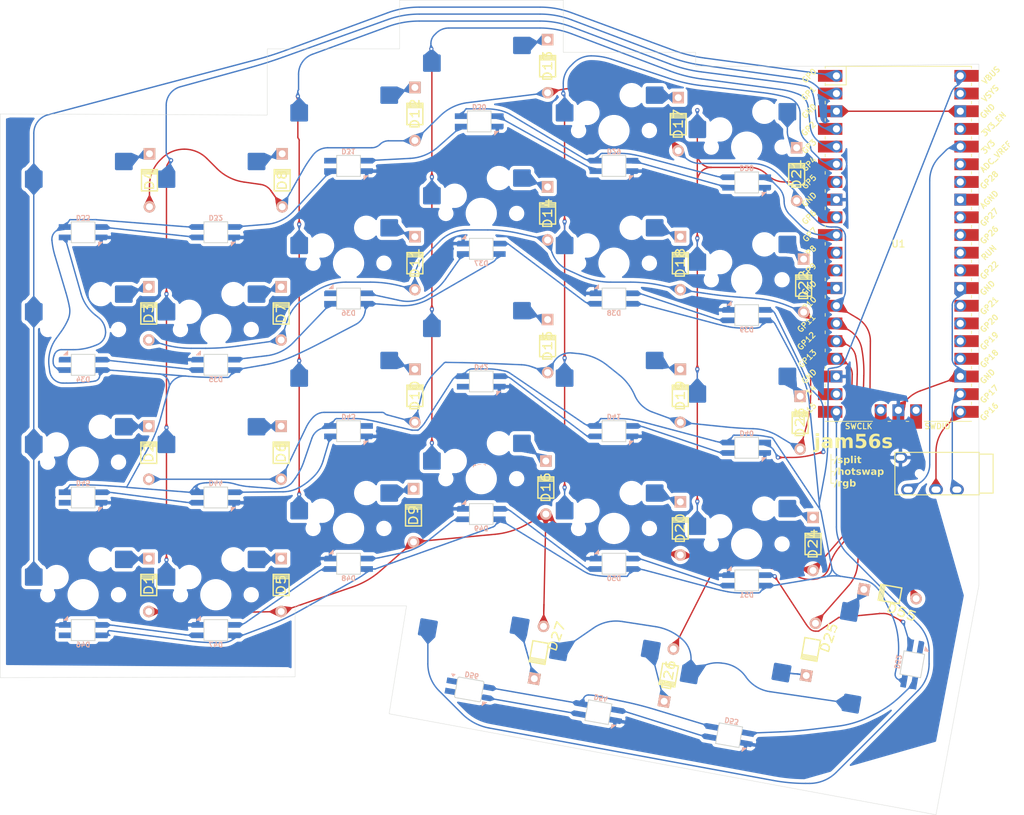
<source format=kicad_pcb>
(kicad_pcb (version 20240108) (generator "pcbnew") (generator_version "8.0")
  (layers (0 "F.Cu" signal) (31 "B.Cu" signal) (34 "B.Paste" user) (35 "F.Paste" user) (36 "B.SilkS" user "B.Silkscreen") (37 "F.SilkS" user "F.Silkscreen") (38 "B.Mask" user) (39 "F.Mask" user) (44 "Edge.Cuts" user))
  (net 0 "")
  (net 1 "Net-(D1-A)")
  (net 2 "Net-(D2-A)")
  (net 3 "Net-(D3-A)")
  (net 4 "Net-(D4-A)")
  (net 5 "Net-(D5-A)")
  (net 6 "Net-(D6-A)")
  (net 7 "Net-(D7-A)")
  (net 8 "Net-(D8-A)")
  (net 9 "Net-(D9-A)")
  (net 10 "Net-(D10-A)")
  (net 11 "Net-(D11-A)")
  (net 12 "Net-(D12-A)")
  (net 13 "Net-(D13-A)")
  (net 14 "Net-(D14-A)")
  (net 15 "Net-(D15-A)")
  (net 16 "Net-(D16-A)")
  (net 17 "Net-(D17-A)")
  (net 18 "Net-(D18-A)")
  (net 19 "Net-(D19-A)")
  (net 20 "Net-(D20-A)")
  (net 21 "Net-(D21-A)")
  (net 22 "Net-(D22-A)")
  (net 23 "Net-(D23-A)")
  (net 24 "Net-(D24-A)")
  (net 25 "Net-(D25-A)")
  (net 26 "Net-(D26-A)")
  (net 27 "Net-(D27-A)")
  (net 38 "Net-(U1-GPIO17)")
  (net 41 "Net-(U1-GPIO16)")
  (net 42 "MATRIX ROW 3")
  (net 43 "MATRIX ROW 2")
  (net 44 "MATRIX ROW 1")
  (net 45 "MATRIX ROW 0")
  (net 46 "GND")
  (net 47 "Net-(D28-DOUT)")
  (net 48 "+5V")
  (net 49 "LED_ROW1")
  (net 50 "Net-(D29-DOUT)")
  (net 51 "Net-(D30-DOUT)")
  (net 52 "Net-(D31-DOUT)")
  (net 53 "Net-(D32-DOUT)")
  (net 54 "LED ROW 2")
  (net 55 "Net-(D34-DOUT)")
  (net 56 "Net-(D35-DOUT)")
  (net 57 "Net-(D36-DOUT)")
  (net 58 "Net-(D37-DOUT)")
  (net 59 "Net-(D38-DOUT)")
  (net 60 "Net-(D39-DOUT)")
  (net 61 "LED ROW 3")
  (net 62 "Net-(D41-DOUT)")
  (net 63 "Net-(D42-DOUT)")
  (net 64 "Net-(D43-DOUT)")
  (net 65 "Net-(D44-DOUT)")
  (net 66 "Net-(D45-DOUT)")
  (net 67 "Net-(D46-DOUT)")
  (net 68 "LED ROW 4")
  (net 69 "Net-(D48-DOUT)")
  (net 70 "Net-(D49-DOUT)")
  (net 71 "Net-(D50-DOUT)")
  (net 72 "Net-(D51-DOUT)")
  (net 73 "Net-(D52-DOUT)")
  (net 74 "Net-(D53-DOUT)")
  (net 75 "MATRIX COL 0")
  (net 76 "MATRIX COL 6")
  (net 77 "MATRIX COL 5")
  (net 78 "MATRIX COL 1")
  (net 79 "MATRIX COL 2")
  (net 80 "MATRIX COL 4")
  (net 81 "+3V3")
  (net 82 "MATRIX COL 3")
  (net 89 "Net-(D55-A)")
  (net 91 "Net-(D54-DOUT)")
  (footprint "Keebio:Diode" (layer "F.Cu") (at 112.6384 163.9521 -100)
    (property "Reference" "D26")
    (property "Value" "D" (hide yes))
  )
  (footprint "Keebio:Diode" (layer "F.Cu") (at 76.2 104.775 90)
    (property "Reference" "D11")
    (property "Value" "D" (hide yes))
  )
  (footprint "Keebio:Diode" (layer "F.Cu") (at 76.2 123.825 90)
    (property "Reference" "D10")
    (property "Value" "D" (hide yes))
  )
  (footprint "Keebio:Diode" (layer "F.Cu") (at 57 112 90)
    (property "Reference" "D7")
    (property "Value" "D" (hide yes))
  )
  (footprint "Keebio:Diode" (layer "F.Cu") (at 38 132 90)
    (property "Reference" "D2")
    (property "Value" "D" (hide yes))
  )
  (footprint "Keebio:Diode" (layer "F.Cu") (at 114 84.81 90)
    (property "Reference" "D17")
    (property "Value" "D" (hide yes))
  )
  (footprint "Keebio:Diode" (layer "F.Cu") (at 38 151 90)
    (property "Reference" "D1")
    (property "Value" "D" (hide yes))
  )
  (footprint "Keebio:Diode" (layer "F.Cu") (at 133.35 145.1063 90)
    (property "Reference" "D24")
    (property "Value" "D" (hide yes))
  )
  (footprint "Keebio:Diode" (layer "F.Cu") (at 114.3 104.775 90)
    (property "Reference" "D18")
    (property "Value" "D" (hide yes))
  )
  (footprint "Keebio:Diode" (layer "F.Cu") (at 38 112 90)
    (property "Reference" "D3")
    (property "Value" "D" (hide yes))
  )
  (footprint "Keebio:Diode" (layer "F.Cu") (at 95.25 97.6312 90)
    (property "Reference" "D14")
    (property "Value" "D" (hide yes))
  )
  (footprint "Keebio:Diode" (layer "F.Cu") (at 57 132 90)
    (property "Reference" "D6")
    (property "Value" "D" (hide yes))
  )
  (footprint "Keebio:TRRS-PJ-320A" (layer "F.Cu") (at 157.2 135 -90)
    (property "Reference" "U2")
    (property "Value" "TRRS")
  )
  (footprint "Keebio:Diode" (layer "F.Cu") (at 95 137 90)
    (property "Reference" "D16")
    (property "Value" "D" (hide yes))
  )
  (footprint "Keebio:Diode" (layer "F.Cu") (at 133.0384 160.2521 -100)
    (property "Reference" "D25")
    (property "Value" "D" (hide yes))
  )
  (footprint "Keebio:Diode" (layer "F.Cu") (at 95.25 76.4828 90)
    (property "Reference" "D13")
    (property "Value" "D" (hide yes))
  )
  (footprint "Keebio:Diode" (layer "F.Cu") (at 57.15 92.8687 90)
    (property "Reference" "D8")
    (property "Value" "D" (hide yes))
  )
  (footprint "Keebio:Diode" (layer "F.Cu") (at 38.1 92.8687 90)
    (property "Reference" "D4")
    (property "Value" "D" (hide yes))
  )
  (footprint "Keebio:Diode" (layer "F.Cu") (at 132 108 90)
    (property "Reference" "D22")
    (property "Value" "D" (hide yes))
  )
  (footprint "Keebio:Diode" (layer "F.Cu") (at 76 141 90)
    (property "Reference" "D9")
    (property "Value" "D" (hide yes))
  )
  (footprint "Keebio:Diode" (layer "F.Cu") (at 131.5 127.69 90)
    (property "Reference" "D23")
    (property "Value" "D" (hide yes))
  )
  (footprint "Keebio:Diode" (layer "F.Cu") (at 114.3 142.875 90)
    (property "Reference" "D20")
    (property "Value" "D" (hide yes))
  )
  (footprint "Pico:RPi_Pico_SMD_TH" (layer "F.Cu") (at 145.6 102)
    (property "Reference" "U1")
    (property "Value" "Pico")
  )
  (footprint "Keebio:Diode" (layer "F.Cu") (at 57 151 90)
    (property "Reference" "D5")
    (property "Value" "D" (hide yes))
  )
  (footprint "Keebio:Diode" (layer "F.Cu") (at 144.4 152.3 170)
    (property "Reference" "D55")
    (property "Value" "D" (hide yes))
  )
  (footprint "Keebio:Diode" (layer "F.Cu") (at 114.3 123.825 90)
    (property "Reference" "D19")
    (property "Value" "D" (hide yes))
  )
  (footprint "Keebio:Diode" (layer "F.Cu") (at 76.2 83.3437 90)
    (property "Reference" "D12")
    (property "Value" "D" (hide yes))
  )
  (footprint "Keebio:Diode" (layer "F.Cu") (at 94 160.7 -100)
    (property "Reference" "D27")
    (property "Value" "D" (hide yes))
  )
  (footprint "Keebio:Diode" (layer "F.Cu") (at 131 92 90)
    (property "Reference" "D21")
    (property "Value" "D" (hide yes))
  )
  (footprint "Keebio:Diode" (layer "F.Cu") (at 95.25 116.6812 90)
    (property "Reference" "D15")
    (property "Value" "D" (hide yes))
  )
  (footprint "cheyao:SK6812MINI-E" (layer "B.Cu") (at 47.625 138.43)
    (property "Reference" "D44")
    (property "Value" "SK6812MINI" (hide yes))
    (fp_line (start -1.7 -1.5) (end 1.7 -1.5) (stroke (width 0.12)) (layer "Edge.Cuts"))
    (fp_line (start -1.7 1.5) (end -1.7 -1.5) (stroke (width 0.12)) (layer "Edge.Cuts"))
    (fp_line (start 1.7 -1.5) (end 1.7 1.5) (stroke (width 0.12)) (layer "Edge.Cuts"))
    (fp_line (start 1.7 1.5) (end -1.7 1.5) (stroke (width 0.12)) (layer "Edge.Cuts"))
  )
  (footprint "MX_Hotswap:MX-Hotswap-1U" (layer "B.Cu") (at 47.625 114.3 180)
    (property "Reference" "S7")
    (property "Value" "SW_Push_45deg")
  )
  (footprint "cheyao:SK6812MINI-E" (layer "B.Cu") (at 85.725 121.7612)
    (property "Reference" "D42")
    (property "Value" "SK6812MINI" (hide yes))
    (fp_line (start -1.7 -1.5) (end 1.7 -1.5) (stroke (width 0.12)) (layer "Edge.Cuts"))
    (fp_line (start -1.7 1.5) (end -1.7 -1.5) (stroke (width 0.12)) (layer "Edge.Cuts"))
    (fp_line (start 1.7 -1.5) (end 1.7 1.5) (stroke (width 0.12)) (layer "Edge.Cuts"))
    (fp_line (start 1.7 1.5) (end -1.7 1.5) (stroke (width 0.12)) (layer "Edge.Cuts"))
  )
  (footprint "cheyao:SK6812MINI-E" (layer "B.Cu") (at 104.775 109.855 180)
    (property "Reference" "D38")
    (property "Value" "SK6812MINI" (hide yes))
    (fp_line (start 1.7 1.5) (end -1.7 1.5) (stroke (width 0.12)) (layer "Edge.Cuts"))
    (fp_line (start 1.7 -1.5) (end 1.7 1.5) (stroke (width 0.12)) (layer "Edge.Cuts"))
    (fp_line (start -1.7 1.5) (end -1.7 -1.5) (stroke (width 0.12)) (layer "Edge.Cuts"))
    (fp_line (start -1.7 -1.5) (end 1.7 -1.5) (stroke (width 0.12)) (layer "Edge.Cuts"))
  )
  (footprint "MX_Hotswap:MX-Hotswap-1U" (layer "B.Cu") (at 66.675 104.775 180)
    (property "Reference" "S11")
    (property "Value" "SW_Push_45deg")
  )
  (footprint "cheyao:SK6812MINI-E" (layer "B.Cu") (at 47.625 157.48 180)
    (property "Reference" "D47")
    (property "Value" "SK6812MINI" (hide yes))
    (fp_line (start 1.7 1.5) (end -1.7 1.5) (stroke (width 0.12)) (layer "Edge.Cuts"))
    (fp_line (start 1.7 -1.5) (end 1.7 1.5) (stroke (width 0.12)) (layer "Edge.Cuts"))
    (fp_line (start -1.7 1.5) (end -1.7 -1.5) (stroke (width 0.12)) (layer "Edge.Cuts"))
    (fp_line (start -1.7 -1.5) (end 1.7 -1.5) (stroke (width 0.12)) (layer "Edge.Cuts"))
  )
  (footprint "MX_Hotswap:MX-Hotswap-1U" (layer "B.Cu") (at 104.775 142.875 180)
    (property "Reference" "S17")
    (property "Value" "SW_Push_45deg")
  )
  (footprint "MX_Hotswap:MX-Hotswap-1U" (layer "B.Cu") (at 47.625 133.35 180)
    (property "Reference" "S6")
    (property "Value" "SW_Push_45deg")
  )
  (footprint "MX_Hotswap:MX-Hotswap-1U" (layer "B.Cu") (at 85.725 135.7312 180)
    (property "Reference" "S13")
    (property "Value" "SW_Push_45deg")
  )
  (footprint "cheyao:SK6812MINI-E" (layer "B.Cu") (at 121.3033 172.5751 -10)
    (property "Reference" "D53")
    (property "Value" "SK6812MINI" (hide yes))
    (fp_line (start -1.7 1.5) (end -1.7 -1.5) (stroke (width 0.12)) (layer "Edge.Cuts"))
    (fp_line (start -1.7 -1.5) (end 1.7 -1.5) (stroke (width 0.12)) (layer "Edge.Cuts"))
    (fp_line (start 1.7 1.5) (end -1.7 1.5) (stroke (width 0.12)) (layer "Edge.Cuts"))
    (fp_line (start 1.7 -1.5) (end 1.7 1.5) (stroke (width 0.12)) (layer "Edge.Cuts"))
  )
  (footprint "MX_Hotswap:MX-Hotswap-1U" (layer "B.Cu") (at 28.575 152.4 180)
    (property "Reference" "S1")
    (property "Value" "SW_Push_45deg")
  )
  (footprint "cheyao:SK6812MINI-E" (layer "B.Cu") (at 123.825 131.2862)
    (property "Reference" "D40")
    (property "Value" "SK6812MINI" (hide yes))
    (fp_line (start -1.7 -1.5) (end 1.7 -1.5) (stroke (width 0.12)) (layer "Edge.Cuts"))
    (fp_line (start -1.7 1.5) (end -1.7 -1.5) (stroke (width 0.12)) (layer "Edge.Cuts"))
    (fp_line (start 1.7 -1.5) (end 1.7 1.5) (stroke (width 0.12)) (layer "Edge.Cuts"))
    (fp_line (start 1.7 1.5) (end -1.7 1.5) (stroke (width 0.12)) (layer "Edge.Cuts"))
  )
  (footprint "cheyao:SK6812MINI-E" (layer "B.Cu") (at 85.4312 84.4112)
    (property "Reference" "D30")
    (property "Value" "SK6812MINI" (hide yes))
    (fp_line (start -1.7 -1.5) (end 1.7 -1.5) (stroke (width 0.12)) (layer "Edge.Cuts"))
    (fp_line (start -1.7 1.5) (end -1.7 -1.5) (stroke (width 0.12)) (layer "Edge.Cuts"))
    (fp_line (start 1.7 -1.5) (end 1.7 1.5) (stroke (width 0.12)) (layer "Edge.Cuts"))
    (fp_line (start 1.7 1.5) (end -1.7 1.5) (stroke (width 0.12)) (layer "Edge.Cuts"))
  )
  (footprint "Keebio:SK6812-MINI-E" (layer "B.Cu") (at 84 166 -10)
    (property "Reference" "D56")
    (property "Value" "SK6812MINI" (hide yes))
    (fp_line (start -1.9 1.3) (end -1.9 -1.3) (stroke (width 0.12)) (layer "Edge.Cuts"))
    (fp_line (start -1.7 -1.500004) (end 1.699998 -1.5) (stroke (width 0.12)) (layer "Edge.Cuts"))
    (fp_line (start 1.7 1.500004) (end -1.699998 1.5) (stroke (width 0.12)) (layer "Edge.Cuts"))
    (fp_line (start 1.9 -1.3) (end 1.9 1.3) (stroke (width 0.12)) (layer "Edge.Cuts"))
    (fp_arc (start -1.699998 1.5) (mid -1.841421 1.441423) (end -1.9 1.3) (stroke (width 0.12)) (layer "Edge.Cuts"))
    (fp_arc (start -1.9 -1.3) (mid -1.841421 -1.441422) (end -1.7 -1.500004) (stroke (width 0.12)) (layer "Edge.Cuts"))
    (fp_arc (start 1.9 1.3) (mid 1.841421 1.441421) (end 1.7 1.500004) (stroke (width 0.12)) (layer "Edge.Cuts"))
    (fp_arc (start 1.699998 -1.5) (mid 1.84142 -1.441423) (end 1.9 -1.3) (stroke (width 0.12)) (layer "Edge.Cuts"))
  )
  (footprint "cheyao:SK6812MINI-E" (layer "B.Cu") (at 28.575 157.48 180)
    (property "Reference" "D46")
    (property "Value" "SK6812MINI" (hide yes))
    (fp_line (start 1.7 1.5) (end -1.7 1.5) (stroke (width 0.12)) (layer "Edge.Cuts"))
    (fp_line (start 1.7 -1.5) (end 1.7 1.5) (stroke (width 0.12)) (layer "Edge.Cuts"))
    (fp_line (start -1.7 1.5) (end -1.7 -1.5) (stroke (width 0.12)) (layer "Edge.Cuts"))
    (fp_line (start -1.7 -1.5) (end 1.7 -1.5) (stroke (width 0.12)) (layer "Edge.Cuts"))
  )
  (footprint "cheyao:SK6812MINI-E" (layer "B.Cu") (at 66.675 109.855 180)
    (property "Reference" "D36")
    (property "Value" "SK6812MINI" (hide yes))
    (fp_line (start 1.7 1.5) (end -1.7 1.5) (stroke (width 0.12)) (layer "Edge.Cuts"))
    (fp_line (start 1.7 -1.5) (end 1.7 1.5) (stroke (width 0.12)) (layer "Edge.Cuts"))
    (fp_line (start -1.7 1.5) (end -1.7 -1.5) (stroke (width 0.12)) (layer "Edge.Cuts"))
    (fp_line (start -1.7 -1.5) (end 1.7 -1.5) (stroke (width 0.12)) (layer "Edge.Cuts"))
  )
  (footprint "cheyao:SK6812MINI-E" (layer "B.Cu") (at 66.675 147.955 180)
    (property "Reference" "D48")
    (property "Value" "SK6812MINI" (hide yes))
    (fp_line (start 1.7 1.5) (end -1.7 1.5) (stroke (width 0.12)) (layer "Edge.Cuts"))
    (fp_line (start 1.7 -1.5) (end 1.7 1.5) (stroke (width 0.12)) (layer "Edge.Cuts"))
    (fp_line (start -1.7 1.5) (end -1.7 -1.5) (stroke (width 0.12)) (layer "Edge.Cuts"))
    (fp_line (start -1.7 -1.5) (end 1.7 -1.5) (stroke (width 0.12)) (layer "Edge.Cuts"))
  )
  (footprint "MX_Hotswap:MX-Hotswap-1U" (layer "B.Cu") (at 85.725 97.6312 180)
    (property "Reference" "S15")
    (property "Value" "SW_Push_45deg")
  )
  (footprint "MX_Hotswap:MX-Hotswap-1U" (layer "B.Cu") (at 123.825 145.1063 180)
    (property "Reference" "S21")
    (property "Value" "SW_Push_45deg")
  )
  (footprint "cheyao:SK6812MINI-E" (layer "B.Cu") (at 102.5427 169.2671 -10)
    (property "Reference" "D54")
    (property "Value" "SK6812MINI" (hide yes))
    (fp_line (start -1.7 1.5) (end -1.7 -1.5) (stroke (width 0.12)) (layer "Edge.Cuts"))
    (fp_line (start -1.7 -1.5) (end 1.7 -1.5) (stroke (width 0.12)) (layer "Edge.Cuts"))
    (fp_line (start 1.7 1.5) (end -1.7 1.5) (stroke (width 0.12)) (layer "Edge.Cuts"))
    (fp_line (start 1.7 -1.5) (end 1.7 1.5) (stroke (width 0.12)) (layer "Edge.Cuts"))
  )
  (footprint "cheyao:SK6812MINI-E" (layer "B.Cu") (at 28.575 119.38 180)
    (property "Reference" "D34")
    (property "Value" "SK6812MINI" (hide yes))
    (fp_line (start 1.7 1.5) (end -1.7 1.5) (stroke (width 0.12)) (layer "Edge.Cuts"))
    (fp_line (start 1.7 -1.5) (end 1.7 1.5) (stroke (width 0.12)) (layer "Edge.Cuts"))
    (fp_line (start -1.7 1.5) (end -1.7 -1.5) (stroke (width 0.12)) (layer "Edge.Cuts"))
    (fp_line (start -1.7 -1.5) (end 1.7 -1.5) (stroke (width 0.12)) (layer "Edge.Cuts"))
  )
  (footprint "MX_Hotswap:MX-Hotswap-1U" (layer "B.Cu") (at 66.675 142.875 180)
    (property "Reference" "S9")
    (property "Value" "SW_Push_45deg")
  )
  (footprint "cheyao:SK6812MINI-E" (layer "B.Cu") (at 85.725 140.8112 180)
    (property "Reference" "D49")
    (property "Value" "SK6812MINI" (hide yes))
    (fp_line (start 1.7 1.5) (end -1.7 1.5) (stroke (width 0.12)) (layer "Edge.Cuts"))
    (fp_line (start 1.7 -1.5) (end 1.7 1.5) (stroke (width 0.12)) (layer "Edge.Cuts"))
    (fp_line (start -1.7 1.5) (end -1.7 -1.5) (stroke (width 0.12)) (layer "Edge.Cuts"))
    (fp_line (start -1.7 -1.5) (end 1.7 -1.5) (stroke (width 0.12)) (layer "Edge.Cuts"))
  )
  (footprint "MX_Hotswap:MX-Hotswap-1U" (layer "B.Cu") (at 85.725 78.5812 180)
    (property "Reference" "S16")
    (property "Value" "SW_Push_45deg")
  )
  (footprint "MX_Hotswap:MX-Hotswap-1U" (layer "B.Cu") (at 28.575 133.35 180)
    (property "Reference" "S2")
    (property "Value" "SW_Push_45deg")
  )
  (footprint "MX_Hotswap:MX-Hotswap-1U" (layer "B.Cu") (at 123.825 126.1063 180)
    (property "Reference" "S22")
    (property "Value" "SW_Push_45deg")
  )
  (footprint "MX_Hotswap:MX-Hotswap-1U" (layer "B.Cu") (at 47.625 152.4 180)
    (property "Reference" "S5")
    (property "Value" "SW_Push_45deg")
  )
  (footprint "cheyao:SK6812MINI-E" (layer "B.Cu") (at 104.775 90.805)
    (property "Reference" "D29")
    (property "Value" "SK6812MINI" (hide yes))
    (fp_line (start -1.7 -1.5) (end 1.7 -1.5) (stroke (width 0.12)) (layer "Edge.Cuts"))
    (fp_line (start -1.7 1.5) (end -1.7 -1.5) (stroke (width 0.12)) (layer "Edge.Cuts"))
    (fp_line (start 1.7 -1.5) (end 1.7 1.5) (stroke (width 0.12)) (layer "Edge.Cuts"))
    (fp_line (start 1.7 1.5) (end -1.7 1.5) (stroke (width 0.12)) (layer "Edge.Cuts"))
  )
  (footprint "cheyao:SK6812MINI-E" (layer "B.Cu") (at 147.6028 162.3821 80)
    (property "Reference" "D52")
    (property "Value" "SK6812MINI" (hide yes))
    (fp_line (start -1.7 -1.500004) (end 1.7 -1.5) (stroke (width 0.12)) (layer "Edge.Cuts"))
    (fp_line (start 1.7 -1.5) (end 1.7 1.500004) (stroke (width 0.12)) (layer "Edge.Cuts"))
    (fp_line (start -1.7 1.5) (end -1.7 -1.500004) (stroke (width 0.12)) (layer "Edge.Cuts"))
    (fp_line (start 1.7 1.500004) (end -1.7 1.5) (stroke (width 0.12)) (layer "Edge.Cuts"))
  )
  (footprint "cheyao:SK6812MINI-E" (layer "B.Cu") (at 66.675 128.905)
    (property "Reference" "D43")
    (property "Value" "SK6812MINI" (hide yes))
    (fp_line (start -1.7 -1.5) (end 1.7 -1.5) (stroke (width 0.12)) (layer "Edge.Cuts"))
    (fp_line (start -1.7 1.5) (end -1.7 -1.5) (stroke (width 0.12)) (layer "Edge.Cuts"))
    (fp_line (start 1.7 -1.5) (end 1.7 1.5) (stroke (width 0.12)) (layer "Edge.Cuts"))
    (fp_line (start 1.7 1.5) (end -1.7 1.5) (stroke (width 0.12)) (layer "Edge.Cuts"))
  )
  (footprint "MX_Hotswap:MX-Hotswap-1U" (layer "B.Cu") (at 122.1854 167.5723 170)
    (property "Reference" "S27")
    (property "Value" "SW_Push_45deg")
  )
  (footprint "MX_Hotswap:MX-Hotswap-1U" (layer "B.Cu") (at 47.625 95.25 180)
    (property "Reference" "S8")
    (property "Value" "SW_Push_45deg")
  )
  (footprint "cheyao:SK6812MINI-E" (layer "B.Cu") (at 28.575 138.43)
    (property "Reference" "D45")
    (property "Value" "SK6812MINI" (hide yes))
    (fp_line (start -1.7 -1.5) (end 1.7 -1.5) (stroke (width 0.12)) (layer "Edge.Cuts"))
    (fp_line (start -1.7 1.5) (end -1.7 -1.5) (stroke (width 0.12)) (layer "Edge.Cuts"))
    (fp_line (start 1.7 -1.5) (end 1.7 1.5) (stroke (width 0.12)) (layer "Edge.Cuts"))
    (fp_line (start 1.7 1.5) (end -1.7 1.5) (stroke (width 0.12)) (layer "Edge.Cuts"))
  )
  (footprint "cheyao:SK6812MINI-E" (layer "B.Cu") (at 123.825 150.3362 180)
    (property "Reference" "D51")
    (property "Value" "SK6812MINI" (hide yes))
    (fp_line (start 1.7 1.5) (end -1.7 1.5) (stroke (width 0.12)) (layer "Edge.Cuts"))
    (fp_line (start 1.7 -1.5) (end 1.7 1.5) (stroke (width 0.12)) (layer "Edge.Cuts"))
    (fp_line (start -1.7 1.5) (end -1.7 -1.5) (stroke (width 0.12)) (layer "Edge.Cuts"))
    (fp_line (start -1.7 -1.5) (end 1.7 -1.5) (stroke (width 0.12)) (layer "Edge.Cuts"))
  )
  (footprint "cheyao:SK6812MINI-E" (layer "B.Cu") (at 104.775 147.955 180)
    (property "Reference" "D50")
    (property "Value" "SK6812MINI" (hide yes))
    (fp_line (start 1.7 1.5) (end -1.7 1.5) (stroke (width 0.12)) (layer "Edge.Cuts"))
    (fp_line (start 1.7 -1.5) (end 1.7 1.5) (stroke (width 0.12)) (layer "Edge.Cuts"))
    (fp_line (start -1.7 1.5) (end -1.7 -1.5) (stroke (width 0.12)) (layer "Edge.Cuts"))
    (fp_line (start -1.7 -1.5) (end 1.7 -1.5) (stroke (width 0.12)) (layer "Edge.Cuts"))
  )
  (footprint "MX_Hotswap:MX-Hotswap-1U" (layer "B.Cu") (at 123.825 88.1062 180)
    (property "Reference" "S24")
    (property "Value" "SW_Push_45deg")
  )
  (footprint "MX_Hotswap:MX-Hotswap-1U" (layer "B.Cu") (at 66.675 123.825 180)
    (property "Reference" "S10")
    (property "Value" "SW_Push_45deg")
  )
  (footprint "MX_Hotswap:MX-Hotswap-1U" (layer "B.Cu") (at 103.4248 164.2643 170)
    (property "Reference" "S26")
    (property "Value" "SW_Push_45deg")
  )
  (footprint "MX_Hotswap:MX-Hotswap-1U" (layer "B.Cu") (at 84.5972 160.9179 170)
    (property "Reference" "S25")
    (property "Value" "SW_Push_45deg")
  )
  (footprint "cheyao:SK6812MINI-E" (layer "B.Cu") (at 123.825 112.2362 180)
    (property "Reference" "D39")
    (property "Value" "SK6812MINI" (hide yes))
    (fp_line (start 1.7 1.5) (end -1.7 1.5) (stroke (width 0.12)) (layer "Edge.Cuts"))
    (fp_line (start 1.7 -1.5) (end 1.7 1.5) (stroke (width 0.12)) (layer "Edge.Cuts"))
    (fp_line (start -1.7 1.5) (end -1.7 -1.5) (stroke (width 0.12)) (layer "Edge.Cuts"))
    (fp_line (start -1.7 -1.5) (end 1.7 -1.5) (stroke (width 0.12)) (layer "Edge.Cuts"))
  )
  (footprint "cheyao:SK6812MINI-E" (layer "B.Cu") (at 47.625 119.38 180)
    (property "Reference" "D35")
    (property "Value" "SK6812MINI" (hide yes))
    (fp_line (start 1.7 1.5) (end -1.7 1.5) (stroke (width 0.12)) (layer "Edge.Cuts"))
    (fp_line (start 1.7 -1.5) (end 1.7 1.5) (stroke (width 0.12)) (layer "Edge.Cuts"))
    (fp_line (start -1.7 1.5) (end -1.7 -1.5) (stroke (width 0.12)) (layer "Edge.Cuts"))
    (fp_line (start -1.7 -1.5) (end 1.7 -1.5) (stroke (width 0.12)) (layer "Edge.Cuts"))
  )
  (footprint "cheyao:SK6812MINI-E" (layer "B.Cu") (at 28.575 100.33)
    (property "Reference" "D33")
    (property "Value" "SK6812MINI" (hide yes))
    (fp_line (start -1.7 -1.5) (end 1.7 -1.5) (stroke (width 0.12)) (layer "Edge.Cuts"))
    (fp_line (start -1.7 1.5) (end -1.7 -1.5) (stroke (width 0.12)) (layer "Edge.Cuts"))
    (fp_line (start 1.7 -1.5) (end 1.7 1.5) (stroke (width 0.12)) (layer "Edge.Cuts"))
    (fp_line (start 1.7 1.5) (end -1.7 1.5) (stroke (width 0.12)) (layer "Edge.Cuts"))
  )
  (footprint "cheyao:SK6812MINI-E" (layer "B.Cu") (at 85.725 102.7112 180)
    (property "Reference" "D37")
    (property "Value" "SK6812MINI" (hide yes))
    (fp_line (start 1.7 1.5) (end -1.7 1.5) (stroke (width 0.12)) (layer "Edge.Cuts"))
    (fp_line (start 1.7 -1.5) (end 1.7 1.5) (stroke (width 0.12)) (layer "Edge.Cuts"))
    (fp_line (start -1.7 1.5) (end -1.7 -1.5) (stroke (width 0.12)) (layer "Edge.Cuts"))
    (fp_line (start -1.7 -1.5) (end 1.7 -1.5) (stroke (width 0.12)) (layer "Edge.Cuts"))
  )
  (footprint "MX_Hotswap:MX-Hotswap-1U" (layer "B.Cu") (at 66.675 85.725 180)
    (property "Reference" "S12")
    (property "Value" "SW_Push_45deg")
  )
  (footprint "MX_Hotswap:MX-Hotswap-1U" (layer "B.Cu") (at 142.6 161.5 -100)
    (property "Reference" "S28")
    (property "Value" "SW_Push_45deg")
  )
  (footprint "MX_Hotswap:MX-Hotswap-1U" (layer "B.Cu") (at 104.775 85.725 180)
    (property "Reference" "S20")
    (property "Value" "SW_Push_45deg")
  )
  (footprint "MX_Hotswap:MX-Hotswap-1U" (layer "B.Cu") (at 28.575 114.3 180)
    (property "Reference" "S3")
    (property "Value" "SW_Push_45deg")
  )
  (footprint "cheyao:SK6812MINI-E" (layer "B.Cu") (at 66.675 90.805)
    (property "Reference" "D31")
    (property "Value" "SK6812MINI" (hide yes))
    (fp_line (start -1.7 -1.5) (end 1.7 -1.5) (stroke (width 0.12)) (layer "Edge.Cuts"))
    (fp_line (start -1.7 1.5) (end -1.7 -1.5) (stroke (width 0.12)) (layer "Edge.Cuts"))
    (fp_line (start 1.7 -1.5) (end 1.7 1.5) (stroke (width 0.12)) (layer "Edge.Cuts"))
    (fp_line (start 1.7 1.5) (end -1.7 1.5) (stroke (width 0.12)) (layer "Edge.Cuts"))
  )
  (footprint "MX_Hotswap:MX-Hotswap-1U" (layer "B.Cu") (at 85.725 116.6812 180)
    (property "Reference" "S14")
    (property "Value" "SW_Push_45deg")
  )
  (footprint "MX_Hotswap:MX-Hotswap-1U" (layer "B.Cu") (at 104.775 123.825 180)
    (property "Reference" "S18")
    (property "Value" "SW_Push_45deg")
  )
  (footprint "MX_Hotswap:MX-Hotswap-1U" (layer "B.Cu") (at 104.775 104.775 180)
    (property "Reference" "S19")
    (property "Value" "SW_Push_45deg")
  )
  (footprint "MX_Hotswap:MX-Hotswap-1U" (layer "B.Cu") (at 28.575 95.25 180)
    (property "Reference" "S4")
    (property "Value" "SW_Push_45deg")
  )
  (footprint "cheyao:SK6812MINI-E" (layer "B.Cu") (at 104.775 128.905)
    (property "Reference" "D41")
    (property "Value" "SK6812MINI" (hide yes))
    (fp_line (start -1.7 -1.5) (end 1.7 -1.5) (stroke (width 0.12)) (layer "Edge.Cuts"))
    (fp_line (start -1.7 1.5) (end -1.7 -1.5) (stroke (width 0.12)) (layer "Edge.Cuts"))
    (fp_line (start 1.7 -1.5) (end 1.7 1.5) (stroke (width 0.12)) (layer "Edge.Cuts"))
    (fp_line (start 1.7 1.5) (end -1.7 1.5) (stroke (width 0.12)) (layer "Edge.Cuts"))
  )
  (footprint "cheyao:SK6812MINI-E" (layer "B.Cu") (at 123.825 93.1862)
    (property "Reference" "D28")
    (property "Value" "SK6812MINI" (hide yes))
    (fp_line (start -1.7 -1.5) (end 1.7 -1.5) (stroke (width 0.12)) (layer "Edge.Cuts"))
    (fp_line (start -1.7 1.5) (end -1.7 -1.5) (stroke (width 0.12)) (layer "Edge.Cuts"))
    (fp_line (start 1.7 -1.5) (end 1.7 1.5) (stroke (width 0.12)) (layer "Edge.Cuts"))
    (fp_line (start 1.7 1.5) (end -1.7 1.5) (stroke (width 0.12)) (layer "Edge.Cuts"))
  )
  (footprint "MX_Hotswap:MX-Hotswap-1U" (layer "B.Cu") (at 123.825 107.1562 180)
    (property "Reference" "S23")
    (property "Value" "SW_Push_45deg")
  )
  (footprint "cheyao:SK6812MINI-E" (layer "B.Cu") (at 47.625 100.33)
    (property "Reference" "D32")
    (property "Value" "SK6812MINI" (hide yes))
    (fp_line (start -1.7 -1.5) (end 1.7 -1.5) (stroke (width 0.12)) (layer "Edge.Cuts"))
    (fp_line (start -1.7 1.5) (end -1.7 -1.5) (stroke (width 0.12)) (layer "Edge.Cuts"))
    (fp_line (start 1.7 -1.5) (end 1.7 1.5) (stroke (width 0.12)) (layer "Edge.Cuts"))
    (fp_line (start 1.7 1.5) (end -1.7 1.5) (stroke (width 0.12)) (layer "Edge.Cuts"))
  )
  (gr_poly (pts (xy 16.66875 164.30625) (xy 16.66875 83.34375) (xy 55 83.5) (xy 55 74) (xy 74 74) (xy 74 67) (xy 97.5 67) (xy 97.5 74.5) (xy 116.5 74.5) (xy 116.5 76.5) (xy 133.35 76.5) (xy 157.1625 76.2) (xy 157.1625 151) (xy 151 184) (xy 72.5 169.5) (xy 75 154) (xy 59 154) (xy 59 164.2)) (stroke (width 0.05)) (fill none) (layer "Edge.Cuts"))
  (gr_text "D30" (at 85.481249 134.13625 0) (layer "B.SilkS") (effects (font (size 0.7 0.7)) (justify mirror)))
  (gr_text "├/split\n├/hotswap\n└/rgb\n\n" (at 135.5 132.5 0) (layer "F.SilkS") (effects (font (size 1 1) (thickness 0.125)) (justify left top)))
  (gr_text "jam56s" (at 133.5 130.5 0) (layer "F.SilkS") (effects (font (size 2 2) (thickness 0.3) (bold yes)) (justify left)))
  (segment (start 34.417 147.32) (end 38 147.19) (width 0.2) (layer "B.Cu") (net 1))
  (segment (start 34.417 128.27) (end 38 128.19) (width 0.2) (layer "B.Cu") (net 2))
  (segment (start 38 108.19) (end 34.417 109.22) (width 0.2) (layer "B.Cu") (net 3))
  (segment (start 38.1 89.0587) (end 34.417 90.17) (width 0.2) (layer "B.Cu") (net 4))
  (segment (start 53.467 147.32) (end 57 147.19) (width 0.2) (layer "B.Cu") (net 5))
  (segment (start 53.467 128.27) (end 57 128.19) (width 0.2) (layer "B.Cu") (net 6))
  (segment (start 57 108.19) (end 53.467 109.22) (width 0.2) (layer "B.Cu") (net 7))
  (segment (start 57.15 89.0587) (end 53.467 90.17) (width 0.2) (layer "B.Cu") (net 8))
  (segment (start 72.517 137.795) (end 76 137.19) (width 0.2) (layer "B.Cu") (net 9))
  (segment (start 76.2 120.015) (end 72.517 118.745) (width 0.2) (layer "B.Cu") (net 10))
  (segment (start 76.2 100.965) (end 72.517 99.695) (width 0.2) (layer "B.Cu") (net 11))
  (segment (start 72.517 80.645) (end 76.2 79.5337) (width 0.2) (layer "B.Cu") (net 12))
  (segment (start 91.567 73.5012) (end 95.25 72.6728) (width 0.2) (layer "B.Cu") (net 13))
  (segment (start 95.25 93.8212) (end 91.567 92.5512) (width 0.2) (layer "B.Cu") (net 14))
  (segment (start 92.956671 112.080188) (end 93.86033 112.391803) (width 0.2) (layer "B.Cu") (net 15))
  (segment (start 93.86033 112.391803) (end 95.25 112.871) (width 0.2) (layer "B.Cu") (net 15))
  (segment (start 91.567147 111.601016) (end 92.956671 112.080188) (width 0.2) (layer "B.Cu") (net 15))
  (segment (start 91.56705 111.601) (end 91.567 111.601) (width 0.2) (layer "B.Cu") (net 15))
  (segment (start 91.567077 111.601044) (end 91.567 111.6012) (width 0.2) (layer "B.Cu") (net 15))
  (segment (start 94.600739 112.8712) (end 95.25 112.8712) (width 0.2) (layer "B.Cu") (net 15))
  (arc (start 93.76565 112.5536) (mid 93.384598 112.276843) (end 92.956671 112.080188) (width 0.2) (layer "B.Cu") (net 15))
  (arc (start 93.76565 112.5536) (mid 94.154016 112.789119) (end 94.600739 112.8712) (width 0.2) (layer "B.Cu") (net 15))
  (arc (start 91.567147 111.601016) (mid 91.567106 111.601017) (end 91.567077 111.601044) (width 0.2) (layer "B.Cu") (net 15))
  (arc (start 91.567077 111.601044) (mid 91.567076 111.601014) (end 91.56705 111.601) (width 0.2) (layer "B.Cu") (net 15))
  (arc (start 91.56705 111.601) (mid 91.567099 111.601004) (end 91.567147 111.601016) (width 0.2) (layer "B.Cu") (net 15))
  (arc (start 93.86033 112.391803) (mid 93.746669 112.433891) (end 93.76565 112.5536) (width 0.2) (layer "B.Cu") (net 15))
  (segment (start 93.795339 132.299031) (end 92.3098 131.20045) (width 0.2) (layer "B.Cu") (net 16))
  (segment (start 92.309847 131.200385) (end 91.567 130.651) (width 0.2) (layer "B.Cu") (net 16))
  (segment (start 92.309847 131.200385) (end 93.795339 132.299031) (width 0.2) (layer "B.Cu") (net 16))
  (segment (start 92.3098 131.20045) (end 91.567 130.6512) (width 0.2) (layer "B.Cu") (net 16))
  (segment (start 93.795339 132.299031) (end 95 133.19) (width 0.2) (layer "B.Cu") (net 16))
  (arc (start 92.3098 131.20045) (mid 92.309855 131.200441) (end 92.309847 131.200385) (width 0.2) (layer "B.Cu") (net 16))
  (segment (start 110.617 80.645) (end 114 81) (width 0.2) (layer "B.Cu") (net 17))
  (segment (start 114.3 100.965) (end 110.617 99.695) (width 0.2) (layer "B.Cu") (net 18))
  (segment (start 112.668078 119.764199) (end 110.617 118.745) (width 0.2) (layer "B.Cu") (net 19))
  (segment (start 113.7364 120.015) (end 114.3 120.015) (width 0.2) (layer "B.Cu") (net 19))
  (arc (start 112.668078 119.764199) (mid 113.187716 119.951458) (end 113.7364 120.015) (width 0.2) (layer "B.Cu") (net 19))
  (segment (start 110.617 137.795) (end 114.3 139.065) (width 0.2) (layer "B.Cu") (net 20))
  (segment (start 129.667 85.914426) (end 129.667 83.0262) (width 0.2) (layer "B.Cu") (net 21))
  (segment (start 130.3335 87.5235) (end 131 88.19) (width 0.2) (layer "B.Cu") (net 21))
  (arc (start 129.667 85.914426) (mid 129.840217 86.78525) (end 130.3335 87.5235) (width 0.2) (layer "B.Cu") (net 21))
  (segment (start 130.250299 102.604545) (end 131.4167 103.661454) (width 0.2) (layer "B.Cu") (net 22))
  (segment (start 131.4167 103.661454) (end 132 104.19) (width 0.2) (layer "B.Cu") (net 22))
  (segment (start 131.4167 103.661454) (end 130.25025 102.6046) (width 0.2) (layer "B.Cu") (net 22))
  (segment (start 130.250299 102.604545) (end 129.667 102.076) (width 0.2) (layer "B.Cu") (net 22))
  (segment (start 130.25025 102.6046) (end 129.667 102.0762) (width 0.2) (layer "B.Cu") (net 22))
  (arc (start 130.25025 102.6046) (mid 130.250301 102.604597) (end 130.250299 102.604545) (width 0.2) (layer "B.Cu") (net 22))
  (segment (start 130.125318 121.739606) (end 129.667 121.026) (width 0.2) (layer "B.Cu") (net 23))
  (segment (start 131.041681 123.166393) (end 130.12525 121.73965) (width 0.2) (layer "B.Cu") (net 23))
  (segment (start 130.125318 121.739606) (end 131.041681 123.166393) (width 0.2) (layer "B.Cu") (net 23))
  (segment (start 130.12525 121.73965) (end 129.667 121.0263) (width 0.2) (layer "B.Cu") (net 23))
  (segment (start 131.041681 123.166393) (end 131.5 123.88) (width 0.2) (layer "B.Cu") (net 23))
  (arc (start 130.12525 121.73965) (mid 130.125305 121.739662) (end 130.125318 121.739606) (width 0.2) (layer "B.Cu") (net 23))
  (segment (start 131.05664 140.505177) (end 131.960362 140.816814) (width 0.2) (layer "B.Cu") (net 24))
  (segment (start 131.960362 140.816814) (end 133.35 141.296) (width 0.2) (layer "B.Cu") (net 24))
  (segment (start 132.700772 141.2963) (end 133.35 141.2963) (width 0.2) (layer "B.Cu") (net 24))
  (segment (start 129.667084 140.026047) (end 129.667 140.0263) (width 0.2) (layer "B.Cu") (net 24))
  (segment (start 129.66705 140.026) (end 129.667 140.026) (width 0.2) (layer "B.Cu") (net 24))
  (segment (start 129.667147 140.026016) (end 131.05664 140.505177) (width 0.2) (layer "B.Cu") (net 24))
  (arc (start 129.667147 140.026016) (mid 129.667109 140.026018) (end 129.667084 140.026047) (width 0.2) (layer "B.Cu") (net 24))
  (arc (start 131.960362 140.816814) (mid 131.846672 140.85891) (end 131.86565 140.97865) (width 0.2) (layer "B.Cu") (net 24))
  (arc (start 129.66705 140.026) (mid 129.667099 140.026004) (end 129.667147 140.026016) (width 0.2) (layer "B.Cu") (net 24))
  (arc (start 131.86565 140.97865) (mid 131.48459 140.701853) (end 131.05664 140.505177) (width 0.2) (layer "B.Cu") (net 24))
  (arc (start 129.667084 140.026047) (mid 129.667079 140.026014) (end 129.66705 140.026) (width 0.2) (layer "B.Cu") (net 24))
  (arc (start 131.86565 140.97865) (mid 132.254025 141.214205) (end 132.700772 141.2963) (width 0.2) (layer "B.Cu") (net 24))
  (segment (start 130.192001 163.703979) (end 128.8208 163.5839) (width 0.2) (layer "B.Cu") (net 25))
  (segment (start 130.192001 163.703979) (end 131.106 163.784) (width 0.2) (layer "B.Cu") (net 25))
  (segment (start 130.192 163.704) (end 128.821 163.584) (width 0.2) (layer "B.Cu") (net 25))
  (segment (start 131.9699 163.9141) (end 132.3768 164.0042) (width 0.2) (layer "B.Cu") (net 25))
  (segment (start 131.147831 163.787661) (end 131.978168 163.860338) (width 0.2) (layer "B.Cu") (net 25))
  (segment (start 131.147831 163.787661) (end 131.106 163.784) (width 0.2) (layer "B.Cu") (net 25))
  (segment (start 131.106 163.784) (end 130.192 163.704) (width 0.2) (layer "B.Cu") (net 25))
  (segment (start 131.978168 163.860338) (end 132.477 163.904) (width 0.2) (layer "B.Cu") (net 25))
  (arc (start 131.9699 163.9141) (mid 131.56093 163.837454) (end 131.147831 163.787661) (width 0.2) (layer "B.Cu") (net 25))
  (arc (start 130.192 163.704) (mid 130.19201 163.70399) (end 130.192001 163.703979) (width 0.2) (layer "B.Cu") (net 25))
  (arc (start 131.978168 163.860338) (mid 131.948853 163.883346) (end 131.9699 163.9141) (width 0.2) (layer "B.Cu") (net 25))
  (segment (start 110.0601 160.27595) (end 110.0602 160.2759) (width 0.2) (layer "B.Cu") (net 26))
  (segment (start 111.9769 167.7041) (end 111.9768 167.7042) (width 0.2) (layer "B.Cu") (net 26))
  (segment (start 111.976964 167.703863) (end 110.060027 160.276108) (width 0.2) (layer "B.Cu") (net 26))
  (arc (start 110.0601 160.27595) (mid 110.060035 160.276016) (end 110.060027 160.276108) (width 0.2) (layer "B.Cu") (net 26))
  (arc (start 111.976964 167.703863) (mid 111.976963 167.70399) (end 111.9769 167.7041) (width 0.2) (layer "B.Cu") (net 26))
  (segment (start 92.317719 160.80573) (end 91.686054 158.549276) (width 0.2) (layer "B.Cu") (net 27))
  (segment (start 91.686108 158.549261) (end 92.317719 160.80573) (width 0.2) (layer "B.Cu") (net 27))
  (segment (start 91.686108 158.549261) (end 91.2326 156.929) (width 0.2) (layer "B.Cu") (net 27))
  (segment (start 91.686054 158.549276) (end 91.2326 156.9295) (width 0.2) (layer "B.Cu") (net 27))
  (segment (start 93.3384 164.45205) (end 93.3384 164.4521) (width 0.2) (layer "B.Cu") (net 27))
  (segment (start 92.317719 160.80573) (end 93.338386 164.451951) (width 0.2) (layer "B.Cu") (net 27))
  (arc (start 91.686054 158.549276) (mid 91.686088 158.549295) (end 91.686108 158.549261) (width 0.2) (layer "B.Cu") (net 27))
  (arc (start 93.338386 164.451951) (mid 93.338396 164.452) (end 93.3384 164.45205) (width 0.2) (layer "B.Cu") (net 27))
  (segment (start 153.915 124.165) (end 154.49 123.59) (width 0.2) (layer "B.Cu") (net 38))
  (segment (start 153.34 125.553172) (end 153.34 136.173304) (width 0.2) (layer "B.Cu") (net 38))
  (segment (start 153.669999 136.969993) (end 153.999998 137.299992) (width 0.2) (layer "B.Cu") (net 38))
  (arc (start 153.915 124.165) (mid 153.489437 124.801898) (end 153.34 125.553172) (width 0.2) (layer "B.Cu") (net 38))
  (arc (start 153.34 136.173304) (mid 153.425763 136.604469) (end 153.669999 136.969993) (width 0.2) (layer "B.Cu") (net 38))
  (segment (start 151.000002 131.873961) (end 151.000002 137.300004) (width 0.2) (layer "F.Cu") (net 41))
  (segment (start 152.593794 128.026205) (end 154.49 126.13) (width 0.2) (layer "F.Cu") (net 41))
  (arc (start 152.593794 128.026205) (mid 151.414215 129.79157) (end 151.000002 131.873961) (width 0.2) (layer "F.Cu") (net 41))
  (segment (start 94.727316 153.81275) (end 94.683501 155.90285) (width 0.2) (layer "F.Cu") (net 42))
  (segment (start 133.35 148.91615) (end 133.35 148.9163) (width 0.2) (layer "F.Cu") (net 42))
  (segment (start 95 140.81) (end 92.042872 142.400934) (width 0.2) (layer "F.Cu") (net 42))
  (segment (start 44.657613 154.950549) (end 38 154.81) (width 0.2) (layer "F.Cu") (net 42))
  (segment (start 138.974093 120.747148) (end 138.518083 142.699702) (width 0.2) (layer "F.Cu") (net 42))
  (segment (start 95 140.81) (end 97.260525 142.870307) (width 0.2) (layer "F.Cu") (net 42))
  (segment (start 94.6835 155.90285) (end 94.6616 156.9479) (width 0.2) (layer "F.Cu") (net 42))
  (segment (start 114.3 146.685) (end 122.666112 147.400419) (width 0.2) (layer "F.Cu") (net 42))
  (segment (start 108.227413 145.81801) (end 114.3 146.685) (width 0.2) (layer "F.Cu") (net 42))
  (segment (start 133.349851 148.915976) (end 127.313844 147.964673) (width 0.2) (layer "F.Cu") (net 42))
  (segment (start 94.683501 155.90285) (end 94.6616 156.948) (width 0.2) (layer "F.Cu") (net 42))
  (segment (start 133.350098 148.915886) (end 138.434131 143.075665) (width 0.2) (layer "F.Cu") (net 42))
  (segment (start 94.6835 155.90285) (end 94.727316 153.81275) (width 0.2) (layer "F.Cu") (net 42))
  (segment (start 94.727316 153.81275) (end 95 140.81) (width 0.2) (layer "F.Cu") (net 42))
  (segment (start 103.17705 145.5) (end 103.75 145.5) (width 0.2) (layer "F.Cu") (net 42))
  (segment (start 137.855 119.005) (end 136.71 118.51) (width 0.2) (layer "F.Cu") (net 42))
  (segment (start 76 144.81) (end 87.690331 143.716118) (width 0.2) (layer "F.Cu") (net 42))
  (segment (start 57 154.81) (end 49.342485 154.955492) (width 0.2) (layer "F.Cu") (net 42))
  (segment (start 67.305508 151.25666) (end 57 154.81) (width 0.2) (layer "F.Cu") (net 42))
  (segment (start 71.246606 148.971047) (end 76 144.81) (width 0.2) (layer "F.Cu") (net 42))
  (arc (start 137.855 119.005) (mid 138.680073 119.705509) (end 138.974093 120.747148) (width 0.2) (layer "F.Cu") (net 42))
  (arc (start 100 144.75) (mid 101.544862 145.309958) (end 103.17705 145.5) (width 0.2) (layer "F.Cu") (net 42))
  (arc (start 133.350098 148.915886) (mid 133.350025 148.916009) (end 133.35 148.91615) (width 0.2) (layer "F.Cu") (net 42))
  (arc (start 71.246606 148.971047) (mid 69.386973 150.305108) (end 67.305508 151.25666) (width 0.2) (layer "F.Cu") (net 42))
  (arc (start 133.35 148.91615) (mid 133.349957 148.916035) (end 133.349851 148.915976) (width 0.2) (layer "F.Cu") (net 42))
  (arc (start 108.227413 145.81801) (mid 105.994346 145.579602) (end 103.75 145.5) (width 0.2) (layer "F.Cu") (net 42))
  (arc (start 44.657613 154.950549) (mid 47.000024 154.976507) (end 49.342485 154.955492) (width 0.2) (layer "F.Cu") (net 42))
  (arc (start 138.508 142.9) (mid 138.48516 142.993759) (end 138.434131 143.075665) (width 0.2) (layer "F.Cu") (net 42))
  (arc (start 122.666112 147.400419) (mid 124.994987 147.641286) (end 127.313844 147.964673) (width 0.2) (layer "F.Cu") (net 42))
  (arc (start 138.518083 142.699702) (mid 138.51452 142.799925) (end 138.508 142.9) (width 0.2) (layer "F.Cu") (net 42))
  (arc (start 97.260525 142.870307) (mid 98.565441 143.904625) (end 100 144.75) (width 0.2) (layer "F.Cu") (net 42))
  (arc (start 92.042872 142.400934) (mid 89.932628 143.277037) (end 87.690331 143.716118) (width 0.2) (layer "F.Cu") (net 42))
  (arc (start 94.683501 155.90285) (mid 94.6835 155.902849) (end 94.6835 155.90285) (width 0.2) (layer "F.Cu") (net 42))
  (arc (start 133.349851 148.915976) (mid 133.349986 148.915963) (end 133.350098 148.915886) (width 0.2) (layer "F.Cu") (net 42))
  (segment (start 127.403483 148.609452) (end 126.880553 148.495772) (width 0.2) (layer "F.Cu") (net 43))
  (segment (start 121.580189 148.116145) (end 122.267905 148.089695) (width 0.2) (layer "F.Cu") (net 43))
  (segment (start 136.71 115.97) (end 137.955 116.385) (width 0.2) (layer "F.Cu") (net 43))
  (segment (start 135.694499 148.299999) (end 135.648496 148.470172) (width 0.2) (layer "F.Cu") (net 43))
  (segment (start 118.411323 150.144936) (end 113.3 160.2) (width 0.2) (layer "F.Cu") (net 43))
  (segment (start 132.499999 116.749999) (end 132.27735 117.083974) (width 0.2) (layer "F.Cu") (net 43))
  (segment (start 136.71 115.97) (end 133.901358 115.992711) (width 0.2) (layer "F.Cu") (net 43))
  (segment (start 137.094746 145.606303) (end 137.641421 144.950294) (width 0.2) (layer "F.Cu") (net 43))
  (segment (start 133 120.901387) (end 133 123.667222) (width 0.2) (layer "F.Cu") (net 43))
  (segment (start 139.463549 118.085609) (end 139.4665 118.1) (width 0.2) (layer "F.Cu") (net 43))
  (segment (start 132.386205 128.250579) (end 131.5 131.5) (width 0.2) (layer "F.Cu") (net 43))
  (segment (start 131.326197 149.875493) (end 130.9 149.7) (width 0.2) (layer "F.Cu") (net 43))
  (segment (start 132.5 119.25) (end 132.27735 118.916025) (width 0.2) (layer "F.Cu") (net 43))
  (segment (start 139.160575 140.922432) (end 139.697717 120.726566) (width 0.2) (layer "F.Cu") (net 43))
  (arc (start 132.5 119.25) (mid 132.872259 120.038676) (end 133 120.901387) (width 0.2) (layer "F.Cu") (net 43))
  (arc (start 133 123.667222) (mid 132.845869 125.979358) (end 132.386205 128.250579) (width 0.2) (layer "F.Cu") (net 43))
  (arc (start 133.901358 115.992711) (mid 133.106541 116.197154) (end 132.499999 116.749999) (width 0.2) (layer "F.Cu") (net 43))
  (arc (start 139.4665 118.1) (mid 139.657306 119.406663) (end 139.697717 120.726566) (width 0.2) (layer "F.Cu") (net 43))
  (arc (start 135.648496 148.470172) (mid 135.02362 149.522544) (end 133.9445 150.1) (width 0.2) (layer "F.Cu") (net 43))
  (arc (start 126.880553 148.495772) (mid 124.587063 148.146951) (end 122.267905 148.089695) (width 0.2) (layer "F.Cu") (net 43))
  (arc (start 121.580189 148.116145) (mid 119.719905 148.699676) (end 118.411323 150.144936) (width 0.2) (layer "F.Cu") (net 43))
  (arc (start 127.403483 148.609452) (mid 129.175823 149.077513) (end 130.9 149.7) (width 0.2) (layer "F.Cu") (net 43))
  (arc (start 137.955 116.385) (mid 138.937033 117.033268) (end 139.463549 118.085609) (width 0.2) (layer "F.Cu") (net 43))
  (arc (start 139.160575 140.922432) (mid 138.740563 143.064434) (end 137.641421 144.950294) (width 0.2) (layer "F.Cu") (net 43))
  (arc (start 132 118) (mid 132.070857 118.478545) (end 132.27735 118.916025) (width 0.2) (layer "F.Cu") (net 43))
  (arc (start 132.27735 117.083974) (mid 132.070857 117.521453) (end 132 118) (width 0.2) (layer "F.Cu") (net 43))
  (arc (start 131.326197 149.875493) (mid 132.618091 150.189001) (end 133.9445 150.1) (width 0.2) (layer "F.Cu") (net 43))
  (arc (start 137.094746 145.606303) (mid 136.249032 146.87747) (end 135.694499 148.299999) (width 0.2) (layer "F.Cu") (net 43))
  (segment (start 57 135.81) (end 38 135.81) (width 0.2) (layer "B.Cu") (net 43))
  (segment (start 76.2 127.635) (end 77.096966 124.024711) (width 0.2) (layer "B.Cu") (net 43))
  (segment (start 80.395385 119.108222) (end 79.05 120.5) (width 0.2) (layer "B.Cu") (net 43))
  (segment (start 76.2 127.635) (end 72.204786 126.555341) (width 0.2) (layer "B.Cu") (net 43))
  (segment (start 94.5125 120.21825) (end 95.25 120.491) (width 0.2) (layer "B.Cu") (net 43))
  (segment (start 95.25 120.491) (end 96.125 118.9955) (width 0.2) (layer "B.Cu") (net 43))
  (segment (start 94.512467 120.218337) (end 93.0375 119.67275) (width 0.2) (layer "B.Cu") (net 43))
  (segment (start 94.512467 120.218337) (end 95.25 120.4912) (width 0.2) (layer "B.Cu") (net 43))
  (segment (start 120.859381 128.302513) (end 114.3 127.635) (width 0.2) (layer "B.Cu") (net 43))
  (segment (start 99.716344 117.771634) (end 98.724071 117.672407) (width 0.2) (layer "B.Cu") (net 43))
  (segment (start 128.369583 129.608706) (end 131.5 131.5) (width 0.2) (layer "B.Cu") (net 43))
  (segment (start 91.514381 119.366804) (end 87.398358 119.192888) (width 0.2) (layer "B.Cu") (net 43))
  (segment (start 110.286736 126.157703) (end 114.3 127.635) (width 0.2) (layer "B.Cu") (net 43))
  (segment (start 63.219238 126.2) (end 71.487867 126.2) (width 0.2) (layer "B.Cu") (net 43))
  (segment (start 105.51327 120.810616) (end 103.792129 119.433703) (width 0.2) (layer "B.Cu") (net 43))
  (segment (start 83 119.062499) (end 80.950498 119.027565) (width 0.2) (layer "B.Cu") (net 43))
  (segment (start 93.0375 119.67275) (end 94.5125 120.21825) (width 0.2) (layer "B.Cu") (net 43))
  (segment (start 57 135.81) (end 60.601309 128.328278) (width 0.2) (layer "B.Cu") (net 43))
  (arc (start 91.514381 119.366804) (mid 92.287896 119.460254) (end 93.0375 119.67275) (width 0.2) (layer "B.Cu") (net 43))
  (arc (start 99.716344 117.771634) (mid 101.874542 118.307649) (end 103.792129 119.433703) (width 0.2) (layer "B.Cu") (net 43))
  (arc (start 83 119.062499) (mid 85.199589 119.113847) (end 87.398358 119.192888) (width 0.2) (layer "B.Cu") (net 43))
  (arc (start 107.75 123.75) (mid 108.770198 125.215321) (end 110.286736 126.157703) (width 0.2) (layer "B.Cu") (net 43))
  (arc (start 71.85 126.35) (mid 71.683852 126.238983) (end 71.487867 126.2) (width 0.2) (layer "B.Cu") (net 43))
  (arc (start 124.75 128.55) (mid 126.628707 128.843738) (end 128.369583 129.608706) (width 0.2) (layer "B.Cu") (net 43))
  (arc (start 71.85 126.35) (mid 72.013931 126.475928) (end 72.204786 126.555341) (width 0.2) (layer "B.Cu") (net 43))
  (arc (start 98.724071 117.672407) (mid 97.230524 117.952839) (end 96.125 118.9955) (width 0.2) (layer "B.Cu") (net 43))
  (arc (start 80.65 119.0125) (mid 80.51192 119.031709) (end 80.395385 119.108222) (width 0.2) (layer "B.Cu") (net 43))
  (arc (start 61.65 126.85) (mid 61.063274 127.544886) (end 60.601309 128.328278) (width 0.2) (layer "B.Cu") (net 43))
  (arc (start 105.51327 120.810616) (mid 106.813012 122.142288) (end 107.75 123.75) (width 0.2) (layer "B.Cu") (net 43))
  (arc (start 120.859381 128.302513) (mid 122.802346 128.463115) (end 124.75 128.55) (width 0.2) (layer "B.Cu") (net 43))
  (arc (start 80.65 119.0125) (mid 80.800124 119.022515) (end 80.950498 119.027565) (width 0.2) (layer "B.Cu") (net 43))
  (arc (start 63.219238 126.2) (mid 62.369972 126.368929) (end 61.65 126.85) (width 0.2) (layer "B.Cu") (net 43))
  (arc (start 94.5125 120.21825) (mid 94.512439 120.218277) (end 94.512467 120.218337) (width 0.2) (layer "B.Cu") (net 43))
  (arc (start 79.05 120.5) (mid 77.840865 122.133463) (end 77.096966 124.024711) (width 0.2) (layer "B.Cu") (net 43))
  (segment (start 136.71 113.43) (end 138.355 114.315) (width 0.2) (layer "F.Cu") (net 44))
  (segment (start 139.95156 144.694026) (end 140.641903 120.930972) (width 0.2) (layer "F.Cu") (net 44))
  (segment (start 140.337467 117.037216) (end 140.349 117.1) (width 0.2) (layer "F.Cu") (net 44))
  (segment (start 136.71 113.43) (end 134.953709 113.43) (width 0.2) (layer "F.Cu") (net 44))
  (segment (start 138.47208 151.080858) (end 133.7 156.5) (width 0.2) (layer "F.Cu") (net 44))
  (segment (start 132.87915 112.62) (end 132 111.81) (width 0.2) (layer "F.Cu") (net 44))
  (arc (start 132.87915 112.62) (mid 133.840168 113.220319) (end 134.953709 113.43) (width 0.2) (layer "F.Cu") (net 44))
  (arc (start 140.349 117.1) (mid 140.596444 119.007764) (end 140.641903 120.930972) (width 0.2) (layer "F.Cu") (net 44))
  (arc (start 138.355 114.315) (mid 139.656167 115.450397) (end 140.337467 117.037216) (width 0.2) (layer "F.Cu") (net 44))
  (arc (start 139.95156 144.694026) (mid 139.876634 146.398506) (end 139.751 148.1) (width 0.2) (layer "F.Cu") (net 44))
  (arc (start 139.751 148.1) (mid 139.349542 149.692542) (end 138.47208 151.080858) (width 0.2) (layer "F.Cu") (net 44))
  (segment (start 125.17692 109.834065) (end 122.836363 109.666883) (width 0.2) (layer "B.Cu") (net 44))
  (segment (start 95.250049 101.4411) (end 95.250077 101.441155) (width 0.2) (layer "B.Cu") (net 44))
  (segment (start 74.1 108.0425) (end 76.2 108.585) (width 0.2) (layer "B.Cu") (net 44))
  (segment (start 114.3 108.585) (end 111.778431 108.01502) (width 0.2) (layer "B.Cu") (net 44))
  (segment (start 95.25005 101.4412) (end 95.25 101.4412) (width 0.2) (layer "B.Cu") (net 44))
  (segment (start 95.875049 103.2206) (end 95.250116 101.441247) (width 0.2) (layer "B.Cu") (net 44))
  (segment (start 77.396778 104.003221) (end 79.806207 101.593792) (width 0.2) (layer "B.Cu") (net 44))
  (segment (start 91.275923 100.524736) (end 95.249891 101.440974) (width 0.2) (layer "B.Cu") (net 44))
  (segment (start 69.831058 107.5) (end 66.296421 107.5) (width 0.2) (layer "B.Cu") (net 44))
  (segment (start 99.891054 106.541387) (end 98.21691 105.780413) (width 0.2) (layer "B.Cu") (net 44))
  (segment (start 86.664367 100) (end 83.653963 100) (width 0.2) (layer "B.Cu") (net 44))
  (segment (start 118.182783 109.158023) (end 114.3 108.585) (width 0.2) (layer "B.Cu") (net 44))
  (segment (start 104.31659 107.5) (end 107.164085 107.5) (width 0.2) (layer "B.Cu") (net 44))
  (segment (start 57 115.81) (end 50.817708 116.67552) (width 0.2) (layer "B.Cu") (net 44))
  (segment (start 44.08663 117) (end 46.159688 117) (width 0.2) (layer "B.Cu") (net 44))
  (segment (start 40 116.405) (end 38 115.81) (width 0.2) (layer "B.Cu") (net 44))
  (segment (start 76.2 106.8925) (end 76.2 108.585) (width 0.2) (layer "B.Cu") (net 44))
  (segment (start 129.66076 110.869105) (end 132 111.81) (width 0.2) (layer "B.Cu") (net 44))
  (segment (start 57 115.81) (end 57.823675 113.168748) (width 0.2) (layer "B.Cu") (net 44))
  (segment (start 62.062596 108.732892) (end 60.416594 109.780348) (width 0.2) (layer "B.Cu") (net 44))
  (arc (start 95.250077 101.441155) (mid 95.250098 101.4412) (end 95.250116 101.441247) (width 0.2) (layer "B.Cu") (net 44))
  (arc (start 95.875049 103.2206) (mid 96.784392 104.739821) (end 98.21691 105.780413) (width 0.2) (layer "B.Cu") (net 44))
  (arc (start 50.817708 116.67552) (mid 48.494342 116.918781) (end 46.159688 117) (width 0.2) (layer "B.Cu") (net 44))
  (arc (start 74.1 108.0425) (mid 71.982695 107.636168) (end 69.831058 107.5) (width 0.2) (layer "B.Cu") (net 44))
  (arc (start 95.25005 101.4412) (mid 95.250076 101.441185) (end 95.250077 101.441155) (width 0.2) (layer "B.Cu") (net 44))
  (arc (start 40 116.405) (mid 42.021771 116.850469) (end 44.08663 117) (width 0.2) (layer "B.Cu") (net 44))
  (arc (start 77.396778 104.003221) (mid 76.511032 105.328833) (end 76.2 106.8925) (width 0.2) (layer "B.Cu") (net 44))
  (arc (start 111.778431 108.01502) (mid 109.485584 107.629153) (end 107.164085 107.5) (width 0.2) (layer "B.Cu") (net 44))
  (arc (start 60.416594 109.780348) (mid 58.81981 111.244729) (end 57.823675 113.168748) (width 0.2) (layer "B.Cu") (net 44))
  (arc (start 95.249891 101.440974) (mid 95.249984 101.441019) (end 95.250049 101.4411) (width 0.2) (layer "B.Cu") (net 44))
  (arc (start 118.182783 109.158023) (mid 120.504788 109.456211) (end 122.836363 109.666883) (width 0.2) (layer "B.Cu") (net 44))
  (arc (start 125.17692 109.834065) (mid 127.459173 110.17686) (end 129.66076 110.869105) (width 0.2) (layer "B.Cu") (net 44))
  (arc (start 95.250116 101.441247) (mid 95.25009 101.441212) (end 95.25005 101.4412) (width 0.2) (layer "B.Cu") (net 44))
  (arc (start 91.275923 100.524736) (mid 88.985024 100.131605) (end 86.664367 100) (width 0.2) (layer "B.Cu") (net 44))
  (arc (start 66.296421 107.5) (mid 64.09158 107.814493) (end 62.062596 108.732892) (width 0.2) (layer "B.Cu") (net 44))
  (arc (start 99.891054 106.541387) (mid 102.052506 107.257599) (end 104.31659 107.5) (width 0.2) (layer "B.Cu") (net 44))
  (arc (start 83.653963 100) (mid 81.571572 100.414213) (end 79.806207 101.593792) (width 0.2) (layer "B.Cu") (net 44))
  (segment (start 56.612476 95.909066) (end 57.15 96.6788) (width 0.2) (layer "F.Cu") (net 45))
  (segment (start 148.152 152.96165) (end 148.1521 152.9616) (width 0.2) (layer "F.Cu") (net 45))
  (segment (start 148.151851 152.961599) (end 142.406783 141.081845) (width 0.2) (layer "F.Cu") (net 45))
  (segment (start 141.582637 115.987653) (end 141.418352 136.687564) (width 0.2) (layer "F.Cu") (net 45))
  (segment (start 97.225 79.8464) (end 95.25 80.2928) (width 0.2) (layer "F.Cu") (net 45))
  (segment (start 55.537523 94.369733) (end 56.6125 95.90905) (width 0.2) (layer "F.Cu") (net 45))
  (segment (start 139.719984 112.681218) (end 136.71 110.89) (width 0.2) (layer "F.Cu") (net 45))
  (segment (start 100.998481 80.330248) (end 102.926775 81.327642) (width 0.2) (layer "F.Cu") (net 45))
  (segment (start 56.612476 95.909066) (end 55.537523 94.369733) (width 0.2) (layer "F.Cu") (net 45))
  (segment (start 54.070636 93.467233) (end 51.660077 93.122868) (width 0.2) (layer "F.Cu") (net 45))
  (segment (start 38.1 93.692031) (end 38.1 96.6787) (width 0.2) (layer "F.Cu") (net 45))
  (segment (start 47.785659 91.185659) (end 46.343502 89.743502) (width 0.2) (layer "F.Cu") (net 45))
  (segment (start 56.6125 95.90905) (end 57.15 96.6787) (width 0.2) (layer "F.Cu") (net 45))
  (segment (start 39.856497 89.743502) (end 39.65 89.95) (width 0.2) (layer "F.Cu") (net 45))
  (segment (start 55.537499 94.3697) (end 55.537523 94.369733) (width 0.2) (layer "F.Cu") (net 45))
  (segment (start 107.273082 82.930385) (end 108.804874 83.287803) (width 0.2) (layer "F.Cu") (net 45))
  (segment (start 112.191094 85.713691) (end 114 88.62) (width 0.2) (layer "F.Cu") (net 45))
  (arc (start 43.1 88.4) (mid 41.344628 88.749164) (end 39.856497 89.743502) (width 0.2) (layer "F.Cu") (net 45))
  (arc (start 108.804874 83.287803) (mid 110.739075 84.164215) (end 112.191094 85.713691) (width 0.2) (layer "F.Cu") (net 45))
  (arc (start 39.65 89.95) (mid 38.502831 91.666858) (end 38.1 93.692031) (width 0.2) (layer "F.Cu") (net 45))
  (arc (start 139.719984 112.681218) (mid 141.091956 114.086201) (end 141.582637 115.987653) (width 0.2) (layer "F.Cu") (net 45))
  (arc (start 141.418352 136.687564) (mid 141.659678 138.941588) (end 142.406783 141.081845) (width 0.2) (layer "F.Cu") (net 45))
  (arc (start 148.151851 152.961599) (mid 148.151914 152.961655) (end 148.152 152.96165) (width 0.2) (layer "F.Cu") (net 45))
  (arc (start 47.785659 91.185659) (mid 49.565685 92.468629) (end 51.660077 93.122868) (width 0.2) (layer "F.Cu") (net 45))
  (arc (start 54.070636 93.467233) (mid 54.897806 93.766104) (end 55.537499 94.3697) (width 0.2) (layer "F.Cu") (net 45))
  (arc (start 46.343502 89.743502) (mid 44.85537 88.749164) (end 43.1 88.4) (width 0.2) (layer "F.Cu") (net 45))
  (arc (start 56.6125 95.90905) (mid 56.612479 95.909046) (end 56.612476 95.909066) (width 0.2) (layer "F.Cu") (net 45))
  (arc (start 102.926775 81.327642) (mid 105.050156 82.263984) (end 107.273082 82.930385) (width 0.2) (layer "F.Cu") (net 45))
  (arc (start 100.998481 80.330248) (mid 99.154492 79.754909) (end 97.225 79.8464) (width 0.2) (layer "F.Cu") (net 45))
  (segment (start 76.2 87.15375) (end 76.2 87.1537) (width 0.2) (layer "B.Cu") (net 45))
  (segment (start 76.199964 87.153835) (end 76.1769 87.1769) (width 0.2) (layer "B.Cu") (net 45))
  (segment (start 72.407106 87.2) (end 76.121131 87.2) (width 0.2) (layer "B.Cu") (net 45))
  (segment (start 133.915691 98.725692) (end 131.412749 96.22275) (width 0.2) (layer "B.Cu") (net 45))
  (segment (start 114.915049 89.53505) (end 114 88.620001) (width 0.2) (layer "B.Cu") (net 45))
  (segment (start 135.978172 99.58) (end 136.611005 99.58) (width 0.2) (layer "B.Cu") (net 45))
  (segment (start 138 100.968994) (end 138 108.687832) (width 0.2) (layer "B.Cu") (net 45))
  (segment (start 60.18116 91.328054) (end 57.15 96.6787) (width 0.2) (layer "B.Cu") (net 45))
  (segment (start 137.355 110.245) (end 136.71 110.89) (width 0.2) (layer "B.Cu") (net 45))
  (segment (start 76.200035 87.153765) (end 79.863826 83.59104) (width 0.2) (layer "B.Cu") (net 45))
  (segment (start 124.553568 90.4501) (end 117.124174 90.4501) (width 0.2) (layer "B.Cu") (net 45))
  (segment (start 63.681664 88.2) (end 69.992893 88.2) (width 0.2) (layer "B.Cu") (net 45))
  (segment (start 128.401324 92.043892) (end 130.58725 94.229818) (width 0.2) (layer "B.Cu") (net 45))
  (segment (start 83.764817 81.7188) (end 95.25 80.2928) (width 0.2) (layer "B.Cu") (net 45))
  (arc (start 76.2 87.15375) (mid 76.200012 87.153769) (end 76.200035 87.153765) (width 0.2) (layer "B.Cu") (net 45))
  (arc (start 83.764817 81.7188) (mid 81.661357 82.336203) (end 79.863826 83.59104) (width 0.2) (layer "B.Cu") (net 45))
  (arc (start 76.1769 87.1769) (mid 76.151313 87.193996) (end 76.121131 87.2) (width 0.2) (layer "B.Cu") (net 45))
  (arc (start 130.58725 94.229818) (mid 130.892729 94.687) (end 131 95.226284) (width 0.2) (layer "B.Cu") (net 45))
  (arc (start 133.915691 98.725692) (mid 134.861965 99.357972) (end 135.978172 99.58) (width 0.2) (layer "B.Cu") (net 45))
  (arc (start 61.60645 89.20645) (mid 60.853411 90.240115) (end 60.18116 91.328054) (width 0.2) (layer "B.Cu") (net 45))
  (arc (start 71.2 87.7) (mid 70.646174 88.070054) (end 69.992893 88.2) (width 0.2) (layer "B.Cu") (net 45))
  (arc (start 138 108.687832) (mid 137.832369 109.530565) (end 137.355 110.245) (width 0.2) (layer "B.Cu") (net 45))
  (arc (start 131 95.226284) (mid 131.107269 95.765567) (end 131.412749 96.22275) (width 0.2) (layer "B.Cu") (net 45))
  (arc (start 128.401324 92.043892) (mid 126.635958 90.864313) (end 124.553568 90.4501) (width 0.2) (layer "B.Cu") (net 45))
  (arc (start 63.681664 88.2) (mid 62.528466 88.464887) (end 61.60645 89.20645) (width 0.2) (layer "B.Cu") (net 45))
  (arc (start 137.593173 99.986827) (mid 137.14255 99.68573) (end 136.611005 99.58) (width 0.2) (layer "B.Cu") (net 45))
  (arc (start 114.915049 89.53505) (mid 115.928604 90.212286) (end 117.124174 90.4501) (width 0.2) (layer "B.Cu") (net 45))
  (arc (start 76.200035 87.153765) (mid 76.199999 87.1538) (end 76.199964 87.153835) (width 0.2) (layer "B.Cu") (net 45))
  (arc (start 72.407106 87.2) (mid 71.753825 87.329945) (end 71.2 87.7) (width 0.2) (layer "B.Cu") (net 45))
  (arc (start 137.593173 99.986827) (mid 137.894269 100.437449) (end 138 100.968994) (width 0.2) (layer "B.Cu") (net 45))
  (arc (start 76.199964 87.153835) (mid 76.19999 87.153796) (end 76.2 87.15375) (width 0.2) (layer "B.Cu") (net 45))
  (segment (start 148.774133 123.105776) (end 154.49 121.05) (width 0.2) (layer "F.Cu") (net 46))
  (segment (start 146.5 124.75) (end 145.6 125.9) (width 0.2) (layer "F.Cu") (net 46))
  (segment (start 136.71 82.95) (end 154.49 82.95) (width 0.2) (layer "F.Cu") (net 46))
  (segment (start 154.49 121.05) (end 153.3383 121.05) (width 0.2) (layer "F.Cu") (net 46))
  (arc (start 148.774133 123.105776) (mid 147.520899 123.767217) (end 146.5 124.75) (width 0.2) (layer "F.Cu") (net 46))
  (segment (start 153.3383 115.97) (end 153.3383 116.446039) (width 0.2) (layer "B.Cu") (net 46))
  (segment (start 153.3383 118.51) (end 153.3383 118.583776) (width 0.2) (layer "B.Cu") (net 46))
  (segment (start 153.338751 112.4758) (end 153.3383 113.43) (width 0.2) (layer "B.Cu") (net 46))
  (segment (start 154.49 109.154905) (end 154.49 108.35) (width 0.2) (layer "B.Cu") (net 46))
  (segment (start 154.49 120.245094) (end 154.49 121.05) (width 0.2) (layer "B.Cu") (net 46))
  (segment (start 153.601449 110.107249) (end 153.638332 110.06441) (width 0.2) (layer "B.Cu") (net 46))
  (segment (start 153.338751 117.5558) (end 153.339798 116.44966) (width 0.2) (layer "B.Cu") (net 46))
  (segment (start 153.338751 115.0158) (end 153.339798 113.90966) (width 0.2) (layer "B.Cu") (net 46))
  (segment (start 145.863731 131.048645) (end 145.618958 127.339025) (width 0.2) (layer "B.Cu") (net 46))
  (segment (start 145.9 132.14915) (end 145.9 132.7) (width 0.2) (layer "B.Cu") (net 46))
  (segment (start 153.3383 110.816223) (end 153.3383 111.366039) (width 0.2) (layer "B.Cu") (net 46))
  (segment (start 145.6 126.1879) (end 145.6 125.9) (width 0.2) (layer "B.Cu") (net 46))
  (segment (start 153.338751 112.4758) (end 153.339798 111.36966) (width 0.2) (layer "B.Cu") (net 46))
  (segment (start 145.6 126.1879) (end 145.6 126.7637) (width 0.2) (layer "B.Cu") (net 46))
  (segment (start 145.6 126.7637) (end 145.6 126.76375) (width 0.2) (layer "B.Cu") (net 46))
  (segment (start 153.338751 115.0158) (end 153.3383 115.97) (width 0.2) (layer "B.Cu") (net 46))
  (segment (start 153.3383 113.43) (end 153.3383 113.906039) (width 0.2) (layer "B.Cu") (net 46))
  (segment (start 153.338751 117.5558) (end 153.3383 118.51) (width 0.2) (layer "B.Cu") (net 46))
  (segment (start 153.638332 119.335589) (end 153.60145 119.29275) (width 0.2) (layer "B.Cu") (net 46))
  (arc (start 153.601449 110.107249) (mid 153.406209 110.438105) (end 153.3383 110.816223) (width 0.2) (layer "B.Cu") (net 46))
  (arc (start 145.863731 131.048645) (mid 145.89093 131.598598) (end 145.9 132.14915) (width 0.2) (layer "B.Cu") (net 46))
  (arc (start 154.49 109.154905) (mid 154.405316 109.448391) (end 154.1773 109.65165) (width 0.2) (layer "B.Cu") (net 46))
  (arc (start 153.638332 119.335589) (mid 153.886439 119.569882) (end 154.1773 119.74835) (width 0.2) (layer "B.Cu") (net 46))
  (arc (start 153.3383 116.446039) (mid 153.338494 116.447019) (end 153.33905 116.44785) (width 0.2) (layer "B.Cu") (net 46))
  (arc (start 153.33905 113.90785) (mid 153.339604 113.90868) (end 153.339798 113.90966) (width 0.2) (layer "B.Cu") (net 46))
  (arc (start 153.3383 113.906039) (mid 153.338494 113.907019) (end 153.33905 113.90785) (width 0.2) (layer "B.Cu") (net 46))
  (arc (start 154.1773 119.74835) (mid 154.405316 119.951608) (end 154.49 120.245094) (width 0.2) (layer "B.Cu") (net 46))
  (arc (start 153.3383 118.583776) (mid 153.406209 118.961893) (end 153.60145 119.29275) (width 0.2) (layer "B.Cu") (net 46))
  (arc (start 154.1773 109.65165) (mid 153.886439 109.830117) (end 153.638332 110.06441) (width 0.2) (layer "B.Cu") (net 46))
  (arc (start 153.33905 116.44785) (mid 153.339604 116.44868) (end 153.339798 116.44966) (width 0.2) (layer "B.Cu") (net 46))
  (arc (start 153.3383 111.366039) (mid 153.338494 111.367019) (end 153.33905 111.36785) (width 0.2) (layer "B.Cu") (net 46))
  (arc (start 153.33905 111.36785) (mid 153.339604 111.36868) (end 153.339798 111.36966) (width 0.2) (layer "B.Cu") (net 46))
  (arc (start 145.6 126.76375) (mid 145.60474 127.051543) (end 145.618958 127.339025) (width 0.2) (layer "B.Cu") (net 46))
  (segment (start 121.225 93.9362) (end 107.375 90.055) (width 0.2) (layer "B.Cu") (net 47))
  (segment (start 101.57415 128.155) (end 102.175 128.155) (width 0.2) (layer "B.Cu") (net 48))
  (segment (start 130.423492 118.231472) (end 127.909398 113.51639) (width 0.2) (layer "B.Cu") (net 48))
  (segment (start 31.175 120.13) (end 30.92604 121.105921) (width 0.2) (layer "B.Cu") (net 48))
  (segment (start 100.421656 167.267111) (end 100.112436 168.077009) (width 0.2) (layer "B.Cu") (net 48))
  (segment (start 87.79724 142.332871) (end 88.324971 141.561341) (width 0.2) (layer "B.Cu") (net 48))
  (segment (start 86.59195 119.9593) (end 84.471721 119.9593) (width 0.2) (layer "B.Cu") (net 48))
  (segment (start 69.87585 110.605) (end 69.275 110.605) (width 0.2) (layer "B.Cu") (net 48))
  (segment (start 25.975 99.58) (end 24.9875 99.99) (width 0.2) (layer "B.Cu") (net 48))
  (segment (start 70.476747 148.704883) (end 87.432321 142.65469) (width 0.2) (layer "B.Cu") (net 48))
  (segment (start 145.575448 158.79567) (end 145.589495 158.955445) (width 0.2) (layer "B.Cu") (net 48))
  (segment (start 64.602775 127.383139) (end 64.075 128.155) (width 0.2) (layer "B.Cu") (net 48))
  (segment (start 87.77575 165.904091) (end 86.7646 165.7259) (width 0.2) (layer "B.Cu") (net 48))
  (segment (start 134.255108 139.232401) (end 135.01111 135.211391) (width 0.2) (layer "B.Cu") (net 48))
  (segment (start 75.821248 128.7622) (end 76.532595 128.7622) (width 0.2) (layer "B.Cu") (net 48))
  (segment (start 102.175 128.155) (end 102.844285 127.139515) (width 0.2) (layer "B.Cu") (net 48))
  (segment (start 83.480849 120.485249) (end 83.461701 120.513552) (width 0.2) (layer "B.Cu") (net 48))
  (segment (start 32.1414 157.8283) (end 32.1414 157.745226) (width 0.2) (layer "B.Cu") (net 48))
  (segment (start 34.8579 136.962199) (end 34.83275 136.948348) (width 0.2) (layer "B.Cu") (net 48))
  (segment (start 107.375 148.705) (end 106.705714 149.720484) (width 0.2) (layer "B.Cu") (net 48))
  (segment (start 30.097699 98.528199) (end 30.298096 98.5281) (width 0.2) (layer "B.Cu") (net 48))
  (segment (start 26.644412 136.664372) (end 25.975 137.68) (width 0.2) (layer "B.Cu") (net 48))
  (segment (start 30.303703 98.5283) (end 30.35115 98.5283) (width 0.2) (layer "B.Cu") (net 48))
  (segment (start 127.02585 151.0862) (end 126.425 151.0862) (width 0.2) (layer "B.Cu") (net 48))
  (segment (start 50.159249 158.755849) (end 50.590043 158.416042) (width 0.2) (layer "B.Cu") (net 48))
  (segment (start 106.106209 167.727748) (end 102.089728 166.900826) (width 0.2) (layer "B.Cu") (net 48))
  (segment (start 120.62415 92.4362) (end 121.225 92.4362) (width 0.2) (layer "B.Cu") (net 48))
  (segment (start 69.228199 149.215899) (end 69.640042 148.891041) (width 0.2) (layer "B.Cu") (net 48))
  (segment (start 109.157332 148.859554) (end 119.277698 151.553426) (width 0.2) (layer "B.Cu") (net 48))
  (segment (start 58.999999 135.699999) (end 58.685018 136.133099) (width 0.2) (layer "B.Cu") (net 48))
  (segment (start 23.780122 120.314279) (end 23.687179 119.60171) (width 0.2) (layer "B.Cu") (net 48))
  (segment (start 154.49 78.674905) (end 154.49 77.87) (width 0.2) (layer "B.Cu") (net 48))
  (segment (start 47.6463 159.2817) (end 48.643517 159.2817) (width 0.2) (layer "B.Cu") (net 48))
  (segment (start 62.9375 128.4775) (end 64.075 128.155) (width 0.2) (layer "B.Cu") (net 48))
  (segment (start 25.7 122) (end 26.19584 122) (width 0.2) (layer "B.Cu") (net 48))
  (segment (start 67.719084 113.56748) (end 62.741829 116.180539) (width 0.2) (layer "B.Cu") (net 48))
  (segment (start 128.219358 150.987325) (end 132.730858 150.234667) (width 0.2) (layer "B.Cu") (net 48))
  (segment (start 125.897235 151.857867) (end 126.425 151.0862) (width 0.2) (layer "B.Cu") (net 48))
  (segment (start 25.423358 114.598426) (end 24.7 115.6) (width 0.2) (layer "B.Cu") (net 48))
  (segment (start 121.894415 129.520374) (end 121.225 130.5362) (width 0.2) (layer "B.Cu") (net 48))
  (segment (start 88.40315 120.126849) (end 89.074583 120.252147) (width 0.2) (layer "B.Cu") (net 48))
  (segment (start 48.357973 136.244734) (end 46.317616 136.312746) (width 0.2) (layer "B.Cu") (net 48))
  (segment (start 47.561799 121.182199) (end 49.325054 121.181733) (width 0.2) (layer "B.Cu") (net 48))
  (segment (start 105.671799 89.0033) (end 103.074945 89.0033) (width 0.2) (layer "B.Cu") (net 48))
  (segment (start 43.968712 159.046731) (end 32.341649 157.554891) (width 0.2) (layer "B.Cu") (net 48))
  (segment (start 38.000047 131.185241) (end 34.829451 136.93695) (width 0.2) (layer "B.Cu") (net 48))
  (segment (start 34.83275 136.948348) (end 34.81805 136.94025) (width 0.2) (layer "B.Cu") (net 48))
  (segment (start 51.707547 158.123394) (end 55.279314 156.76761) (width 0.2) (layer "B.Cu") (net 48))
  (segment (start 81.597801 121.516246) (end 77.616863 127.693111) (width 0.2) (layer "B.Cu") (net 48))
  (segment (start 76.935802 128.498681) (end 77.12555 128.3063) (width 0.2) (layer "B.Cu") (net 48))
  (segment (start 88.325748 141.561752) (end 100.285481 148.930833) (width 0.2) (layer "B.Cu") (net 48))
  (segment (start 88.325042 141.561325) (end 88.32525 141.56145) (width 0.2) (layer "B.Cu") (net 48))
  (segment (start 69.5755 148.705) (end 69.275 148.705) (width 0.2) (layer "B.Cu") (net 48))
  (segment (start 55.777807 137.136754) (end 52.439533 136.879964) (width 0.2) (layer "B.Cu") (net 48))
  (segment (start 26.791457 98.5283) (end 29.694099 98.5283) (width 0.2) (layer "B.Cu") (net 48))
  (segment (start 110.640579 168.881394) (end 118.873036 171.385009) (width 0.2) (layer "B.Cu") (net 48))
  (segment (start 87.797235 104.232867) (end 88.325 103.4612) (width 0.2) (layer "B.Cu") (net 48))
  (segment (start 134.385149 140.1801) (end 134.310169 140.067236) (width 0.2) (layer "B.Cu") (net 48))
  (segment (start 134.298032 140.048961) (end 127.695734 130.105173) (width 0.2) (layer "B.Cu") (net 48))
  (segment (start 50.5255 158.23) (end 50.225 158.23) (width 0.2) (layer "B.Cu") (net 48))
  (segment (start 28.599999 121.899999) (end 29.291859 121.842345) (width 0.2) (layer "B.Cu") (net 48))
  (segment (start 76.758499 128.674199) (end 76.701447 128.729344) (width 0.2) (layer "B.Cu") (net 48))
  (segment (start 102.1138 149.602599) (end 101.606971 149.512391) (width 0.2) (layer "B.Cu") (net 48))
  (segment (start 132.798968 124.663669) (end 134.241608 139.230127) (width 0.2) (layer "B.Cu") (net 48))
  (segment (start 102.702775 89.283139) (end 102.47415 89.6175) (width 0.2) (layer "B.Cu") (net 48))
  (segment (start 122.867037 114.082182) (end 124.708483 114.111939) (width 0.2) (layer "B.Cu") (net 48))
  (segment (start 71.075878 110.649785) (end 73.98378 110.867136) (width 0.2) (layer "B.Cu") (net 48))
  (segment (start 136.027641 148.414501) (end 134.493883 140.445928) (width 0.2) (layer "B.Cu") (net 48))
  (segment (start 134.321318 140.035084) (end 134.248441 139.2996) (width 0.2) (layer "B.Cu") (net 48))
  (segment (start 78.251561 109.890852) (end 87.441842 104.575257) (width 0.2) (layer "B.Cu") (net 48))
  (segment (start 43.296014 120.994472) (end 43.791289 121.033682) (width 0.2) (layer "B.Cu") (net 48))
  (segment (start 98.92885 167.868491) (end 87.775849 165.904008) (width 0.2) (layer "B.Cu") (net 48))
  (segment (start 119.442637 130.381759) (end 109.308799 127.686439) (width 0.2) (layer "B.Cu") (net 48))
  (segment (start 120.62415 130.5362) (end 121.225 130.5362) (width 0.2) (layer "B.Cu") (net 48))
  (segment (start 24.514759 103.658738) (end 26.109386 109.02248) (width 0.2) (layer "B.Cu") (net 48))
  (segment (start 134.310169 140.067236) (end 134.298032 140.048961) (width 0.2) (layer "B.Cu") (net 48))
  (segment (start 70.47665 148.705) (end 70.1763 148.705) (width 0.2) (layer "B.Cu") (net 48))
  (segment (start 32.37665 158.23) (end 31.175 158.23) (width 0.2) (layer "B.Cu") (net 48))
  (segment (start 69.275 110.605) (end 69.0375 111.8025) (width 0.2) (layer "B.Cu") (net 48))
  (segment (start 67.860367 150.129221) (end 59.509685 154.795715) (width 0.2) (layer "B.Cu") (net 48))
  (segment (start 127.327532 129.801701) (end 126.5424 129.6545) (width 0.2) (layer "B.Cu") (net 48))
  (segment (start 125.893163 113.763821) (end 126.12585 113.4236) (width 0.2) (layer "B.Cu") (net 48))
  (segment (start 101.645002 90.055) (end 101.57415 90.055) (width 0.2) (layer "B.Cu") (net 48))
  (segment (start 153.638332 79.58441) (end 153.60145 79.62725) (width 0.2) (layer "B.Cu") (net 48))
  (segment (start 69.5755 148.705) (end 70.1763 148.705) (width 0.2) (layer "B.Cu") (net 48))
  (segment (start 98.928949 167.868408) (end 100.1124 168.077) (width 0.2) (layer "B.Cu") (net 48))
  (segment (start 136.716764 119.741242) (end 135.717549 119.910229) (width 0.2) (layer "B.Cu") (net 48))
  (segment (start 50.225 120.13) (end 49.697224 120.90186) (width 0.2) (layer "B.Cu") (net 48))
  (segment (start 28.5747 136.6283) (end 26.791406 136.6283) (width 0.2) (layer "B.Cu") (net 48))
  (segment (start 88.325 141.56125) (end 88.325 141.5612) (width 0.2) (layer "B.Cu") (net 48))
  (segment (start 105.67585 127.1033) (end 102.991457 127.1033) (width 0.2) (layer "B.Cu") (net 48))
  (segment (start 39.73965 126.887425) (end 40.879247 122.695093) (width 0.2) (layer "B.Cu") (net 48))
  (segment (start 54.638518 119.371478) (end 50.225 120.13) (width 0.2) (layer "B.Cu") (net 48))
  (segment (start 134.255108 139.232401) (end 134.252898 139.244199) (width 0.2) (layer "B.Cu") (net 48))
  (segment (start 126.954914 112.9862) (end 127.02585 112.9862) (width 0.2) (layer "B.Cu") (net 48))
  (segment (start 26.6 111) (end 26.606848 111.03424) (width 0.2) (layer "B.Cu") (net 48))
  (segment (start 31.77585 120.13) (end 31.175 120.13) (width 0.2) (layer "B.Cu") (net 48))
  (segment (start 39.469386 120.691523) (end 43.296014 120.994472) (width 0.2) (layer "B.Cu") (net 48))
  (segment (start 135.531541 120.126578) (end 135.459355 130.574797) (width 0.2) (layer "B.Cu") (net 48))
  (segment (start 145.149902 163.679598) (end 145.375448 162.595671) (width 0.2) (layer "B.Cu") (net 48))
  (segment (start 43.90835 137.68) (end 45.025 137.68) (width 0.2) (layer "B.Cu") (net 48))
  (segment (start 24.099999 101.5) (end 24.096803 101.46484) (width 0.2) (layer "B.Cu") (net 48))
  (segment (start 34.92739 136.982998) (end 43.795036 137.677785) (width 0.2) (layer "B.Cu") (net 48))
  (segment (start 143.445719 152.761204) (end 144.527402 154.996653) (width 0.2) (layer "B.Cu") (net 48))
  (segment (start 125.54363 114.044015) (end 125.344 114.0723) (width 0.2) (layer "B.Cu") (net 48))
  (segment (start 122.041406 129.4843) (end 124.710982 129.4843) (width 0.2) (layer "B.Cu") (net 48))
  (segment (start 122.928649 152.1377) (end 125.525054 152.1377) (width 0.2) (layer "B.Cu") (net 48))
  (segment (start 44.905628 137.107018) (end 45.025 137.68) (width 0.2) (layer "B.Cu") (net 48))
  (segment (start 64.974945 127.1033) (end 67.584085 127.1033) (width 0.2) (layer "B.Cu") (net 48))
  (segment (start 145.706355 164.606181) (end 146.412711 164.812362) (width 0.2) (layer "B.Cu") (net 48))
  (segment (start 44.42415 99.58) (end 45.025 99.58) (width 0.2) (layer "B.Cu") (net 48))
  (segment (start 43.90835 137.68) (end 43.85165 137.68) (width 0.2) (layer "B.Cu") (net 48))
  (segment (start 50.5255 158.23) (end 51.1263 158.23) (width 0.2) (layer "B.Cu") (net 48))
  (segment (start 71.190538 127.657404) (end 75.729993 128.748788) (width 0.2) (layer "B.Cu") (net 48))
  (segment (start 83.647812 82.6095) (end 86.419945 82.6095) (width 0.2) (layer "B.Cu") (net 48))
  (segment (start 100.457505 89.746817) (end 89.876479 83.424758) (width 0.2) (layer "B.Cu") (net 48))
  (segment (start 134.250199 139.258649) (end 134.252898 139.244199) (width 0.2) (layer "B.Cu") (net 48))
  (segment (start 32.219671 136.755351) (end 34.802328 136.935615) (width 0.2) (layer "B.Cu") (net 48))
  (segment (start 106.558542 149.7567) (end 103.859006 149.7567) (width 0.2) (layer "B.Cu") (net 48))
  (segment (start 109.316348 89.588309) (end 119.442639 92.281752) (width 0.2) (layer "B.Cu") (net 48))
  (segment (start 25.975 99.58) (end 26.644285 98.564515) (width 0.2) (layer "B.Cu") (net 48))
  (segment (start 109.157447 110.75912) (end 119.422714 113.483352) (width 0.2) (layer "B.Cu") (net 48))
  (segment (start 138.037437 118.543637) (end 153.18971 80.307854) (width 0.2) (layer "B.Cu") (net 48))
  (segment (start 137.433499 149.767368) (end 140.401297 150.221185) (width 0.2) (layer "B.Cu") (net 48))
  (segment (start 61.41457 129.917746) (end 60.243395 133.314153) (width 0.2) (layer "B.Cu") (net 48))
  (segment (start 107.97585 110.605) (end 107.375 110.605) (width 0.2) (layer "B.Cu") (net 48))
  (segment (start 83.500101 82.646245) (end 82.8312 83.6612) (width 0.2) (layer "B.Cu") (net 48))
  (segment (start 32.258991 158.112191) (end 32.376664 158.229864) (width 0.2) (layer "B.Cu") (net 48))
  (segment (start 107.97585 148.705) (end 107.375 148.705) (width 0.2) (layer "B.Cu") (net 48))
  (segment (start 39.469386 120.691523) (end 32.975675 120.17742) (width 0.2) (layer "B.Cu") (net 48))
  (segment (start 43.898384 137.658418) (end 44.464156 136.994251) (width 0.2) (layer "B.Cu") (net 48))
  (segment (start 100.476759 127.816668) (end 89.909839 120.616593) (width 0.2) (layer "B.Cu") (net 48))
  (segment (start 30.4487 98.532115) (end 43.224285 99.533067) (width 0.2) (layer "B.Cu") (net 48))
  (segment (start 30.097699 98.528199) (end 29.694099 98.5283) (width 0.2) (layer "B.Cu") (net 48))
  (arc (start 130.423492 118.231472) (mid 131.208874 119.775986) (end 131.93365 121.34985) (width 0.2) (layer "B.Cu") (net 48))
  (arc (start 122.041406 129.4843) (mid 122.000001 129.484487) (end 121.9586 129.48505) (width 0.2) (layer "B.Cu") (net 48))
  (arc (start 98.92885 167.868491) (mid 98.928884 167.868482) (end 98.9289 167.86845) (width 0.2) (layer "B.Cu") (net 48))
  (arc (start 134.241608 139.230127) (mid 134.243674 139.234746) (end 134.2481 139.2372) (width 0.2) (layer "B.Cu") (net 48))
  (arc (start 32.20025 157.60315) (mid 32.156694 157.668335) (end 32.1414 157.745226) (width 0.2) (layer "B.Cu") (net 48))
  (arc (start 125.73835 152.04935) (mid 125.640489 152.114738) (end 125.525054 152.1377) (width 0.2) (layer "B.Cu") (net 48))
  (arc (start 134.250199 139.258649) (mid 134.247867 139.279062) (end 134.248441 139.2996) (width 0.2) (layer "B.Cu") (net 48))
  (arc (start 24.7 115.6) (mid 23.811281 117.504093) (end 23.687179 119.60171) (width 0.2) (layer "B.Cu") (net 48))
  (arc (start 50.4 136.505) (mid 49.389425 136.292963) (end 48.357973 136.244734) (width 0.2) (layer "B.Cu") (net 48))
  (arc (start 69.228199 149.215899) (mid 68.562363 149.699637) (end 67.860367 150.129221) (width 0.2) (layer "B.Cu") (net 48))
  (arc (start 100.457505 89.746817) (mid 100.994953 89.97654) (end 101.57415 90.055) (width 0.2) (layer "B.Cu") (net 48))
  (arc (start 26.109386 109.02248) (mid 26.377334 110.005622) (end 26.6 111) (width 0.2) (layer "B.Cu") (net 48))
  (arc (start 88.21225 82.7851) (mid 89.071877 83.033348) (end 89.876479 83.424758) (width 0.2) (layer "B.Cu") (net 48))
  (arc (start 50.4 136.505) (mid 51.40991 136.746092) (end 52.439533 136.879964) (width 0.2) (layer "B.Cu") (net 48))
  (arc (start 26.4 112.9) (mid 25.95572 113.774538) (end 25.423358 114.598426) (width 0.2) (layer "B.Cu") (net 48))
  (arc (start 76.701447 128.729344) (mid 76.665495 128.752892) (end 76.6234 128.76155) (width 0.2) (layer "B.Cu") (net 48))
  (arc (start 88.325 141.56125) (mid 88.325011 141.561293) (end 88.325042 141.561325) (width 0.2) (layer "B.Cu") (net 48))
  (arc (start 128.219358 150.987325) (mid 127.624648 151.061438) (end 127.02585 151.0862) (width 0.2) (layer "B.Cu") (net 48))
  (arc (start 87.79724 142.332871) (mid 87.722237 142.432297) (end 87.63835 142.52435) (width 0.2) (layer "B.Cu") (net 48))
  (arc (start 154.49 78.674905) (mid 154.405316 78.968391) (end 154.1773 79.17165) (width 0.2) (layer "B.Cu") (net 48))
  (arc (start 34.8579 136.962199) (mid 34.891535 136.976306) (end 34.92739 136.982998) (width 0.2) (layer "B.Cu") (net 48))
  (arc (start 103.074945 89.0033) (mid 102.95951 89.026261) (end 102.86165 89.09165) (width 0.2) (layer "B.Cu") (net 48))
  (arc (start 62.9375 128.4775) (mid 61.999337 129.010781) (end 61.41457 129.917746) (width 0.2) (layer "B.Cu") (net 48))
  (arc (start 60.243395 133.314153) (mid 59.710356 134.553281) (end 58.999999 135.699999) (width 0.2) (layer "B.Cu") (net 48))
  (arc (start 121.13025 113.88825) (mid 121.994032 114.026514) (end 122.867037 114.082182) (width 0.2) (layer "B.Cu") (net 48))
  (arc (start 87.797235 104.232867) (mid 87.722236 104.332296) (end 87.63835 104.42435) (width 0.2) (layer "B.Cu") (net 48))
  (arc (start 26.791406 136.6283) (mid 26.750001 136.628487) (end 26.7086 136.62905) (width 0.2) (layer "B.Cu") (net 48))
  (arc (start 142.214718 151.096732) (mid 142.907894 151.87152) (end 143.445719 152.761204) (width 0.2) (layer "B.Cu") (net 48))
  (arc (start 88.325042 141.561325) (mid 88.325003 141.561319) (end 88.324971 141.561341) (width 0.2) (layer "B.Cu") (net 48))
  (arc (start 135.459355 130.574797) (mid 135.339007 132.903126) (end 135.01111 135.211391) (width 0.2) (layer "B.Cu") (net 48))
  (arc (start 144.527402 154.996653) (mid 145.224269 156.848478) (end 145.575448 158.79567) (width 0.2) (layer "B.Cu") (net 48))
  (arc (start 100.92195 149.2853) (mid 101.256273 149.423543) (end 101.606971 149.512391) (width 0.2) (layer "B.Cu") (net 48))
  (arc (start 62.741829 116.180539) (mid 60.785453 117.170127) (end 58.8 118.1) (width 0.2) (layer "B.Cu") (net 48))
  (arc (start 58.8 118.1) (mid 56.759468 118.86734) (end 54.638518 119.371478) (width 0.2) (layer "B.Cu") (net 48))
  (arc (start 84.471721 119.9593) (mid 83.910817 120.098936) (end 83.480849 120.485249) (width 0.2) (layer "B.Cu") (net 48))
  (arc (start 43.85165 137.68) (mid 43.877388 137.674343) (end 43.898384 137.658418) (width 0.2) (layer "B.Cu") (net 48))
  (arc (start 30.4487 98.532115) (mid 30.399962 98.529254) (end 30.35115 98.5283) (width 0.2) (layer "B.Cu") (net 48))
  (arc (start 32.341649 157.554891) (mid 32.265344 157.562597) (end 32.20025 157.60315) (width 0.2) (layer "B.Cu") (net 48))
  (arc (start 32.219671 136.755351) (mid 30.398292 136.660072) (end 28.5747 136.6283) (width 0.2) (layer "B.Cu") (net 48))
  (arc (start 131.93365 121.34985) (mid 132.496397 122.97279) (end 132.798968 124.663669) (width 0.2) (layer "B.Cu") (net 48))
  (arc (start 70.1763 148.705) (mid 69.892493 148.752831) (end 69.640042 148.891041) (width 0.2) (layer "B.Cu") (net 48))
  (arc (start 88.324971 141.561341) (mid 88.324992 141.561297) (end 88.325 141.56125) (width 0.2) (layer "B.Cu") (net 48))
  (arc (start 43.791289 121.033682) (mid 45.675072 121.145305) (end 47.561799 121.182199) (width 0.2) (layer "B.Cu") (net 48))
  (arc (start 71.075878 110.649785) (mid 70.476281 110.6162) (end 69.87585 110.605) (width 0.2) (layer "B.Cu") (net 48))
  (arc (start 75.729993 128.748788) (mid 75.752573 128.753846) (end 75.7753 128.7582) (width 0.2) (layer "B.Cu") (net 48))
  (arc (start 44.464156 136.994251) (mid 44.841981 136.6663) (end 45.3 136.465) (width 0.2) (layer "B.Cu") (net 48))
  (arc (start 88.32525 141.56145) (mid 88.325499 141.5616) (end 88.325748 141.561752) (width 0.2) (layer "B.Cu") (net 48))
  (arc (start 32.1414 157.8283) (mid 32.17196 157.98194) (end 32.258991 158.112191) (width 0.2) (layer "B.Cu") (net 48))
  (arc (start 73.98378 110.867136) (mid 76.191319 110.700947) (end 78.251561 109.890852) (width 0.2) (layer "B.Cu") (net 48))
  (arc (start 135.585 119.98475) (mid 135.545602 120.050889) (end 135.531541 120.126578) (width 0.2) (layer "B.Cu") (net 48))
  (arc (start 107.50965 89.17665) (mid 106.594803 89.046733) (end 105.671799 89.0033) (width 0.2) (layer "B.Cu") (net 48))
  (arc (start 70.4767 148.70495) (mid 70.476685 148.704985) (end 70.47665 148.705) (width 0.2) (layer "B.Cu") (net 48))
  (arc (start 119.422714 113.483352) (mid 120.273791 113.697148) (end 121.13025 113.88825) (width 0.2) (layer "B.Cu") (net 48))
  (arc (start 34.829451 136.93695) (mid 34.828739 136.943332) (end 34.83275 136.948348) (width 0.2) (layer "B.Cu") (net 48))
  (arc (start 26.7086 136.62905) (mid 26.672137 136.638772) (end 26.644412 136.664372) (width 0.2) (layer "B.Cu") (net 48))
  (arc (start 135.717549 119.910229) (mid 135.644789 119.935955) (end 135.585 119.98475) (width 0.2) (layer "B.Cu") (net 48))
  (arc (start 87.63835 142.52435) (mid 87.542577 142.600966) (end 87.432321 142.65469) (width 0.2) (layer "B.Cu") (net 48))
  (arc (start 126.5424 129.6545) (mid 125.630636 129.526941) (end 124.710982 129.4843) (width 0.2) (layer "B.Cu") (net 48))
  (arc (start 69.0375 111.8025) (mid 68.578313 112.834403) (end 67.719084 113.56748) (width 0.2) (layer "B.Cu") (net 48))
  (arc (start 125.74345 113.94425) (mid 125.651649 114.010375) (end 125.54363 114.044015) (width 0.2) (layer "B.Cu") (net 48))
  (arc (start 154.1773 79.17165) (mid 153.886439 79.350117) (end 153.638332 79.58441) (width 0.2) (layer "B.Cu") (net 48))
  (arc (start 23.780122 120.314279) (mid 24.422543 121.518762) (end 25.7 122) (width 0.2) (layer "B.Cu") (net 48))
  (arc (start 77.616863 127.693111) (mid 77.387011 128.012369) (end 77.12555 128.3063) (width 0.2) (layer "B.Cu") (net 48))
  (arc (start 134.385149 140.1801) (mid 134.452726 140.30761) (end 134.493883 140.445928) (width 0.2) (layer "B.Cu") (net 48))
  (arc (start 134.31325 140.05205) (mid 134.308559 140.059004) (end 134.310169 140.067236) (width 0.2) (layer "B.Cu") (net 48))
  (arc (start 24.9875 99.99) (mid 24.300246 100.581327) (end 24.096803 101.46484) (width 0.2) (layer "B.Cu") (net 48))
  (arc (start 87.63835 104.42435) (mid 87.545026 104.506224) (end 87.441842 104.575257) (width 0.2) (layer "B.Cu") (net 48))
  (arc (start 40.879247 122.695093) (mid 40.645083 121.362041) (end 39.469386 120.691523) (width 0.2) (layer "B.Cu") (net 48))
  (arc (start 32.376664 158.229864) (mid 32.37669 158.229903) (end 32.3767 158.22995) (width 0.2) (layer "B.Cu") (net 48))
  (arc (start 107.50785 127.2761) (mid 108.412011 127.465089) (end 109.308799 127.686439) (width 0.2) (layer "B.Cu") (net 48))
  (arc (start 109.157332 148.859554) (mid 108.571624 148.743802) (end 107.97585 148.705) (width 0.2) (layer "B.Cu") (net 48))
  (arc (start 140.401297 150.221185) (mid 141.373737 150.522819) (end 142.214718 151.096732) (width 0.2) (layer "B.Cu") (net 48))
  (arc (start 98.928949 167.868408) (mid 98.928914 167.868417) (end 98.9289 167.86845) (width 0.2) (layer "B.Cu") (net 48))
  (arc (start 102.86165 89.09165) (mid 102.777765 89.183705) (end 102.702775 89.283139) (width 0.2) (layer "B.Cu") (net 48))
  (arc (start 127.53845 129.91295) (mid 127.621884 130.00514) (end 127.695734 130.105173) (width 0.2) (layer "B.Cu") (net 48))
  (arc (start 89.074583 120.252147) (mid 89.296691 120.30795) (end 89.51025 120.39065) (width 0.2) (layer "B.Cu") (net 48))
  (arc (start 88.21225 82.7851) (mid 87.320388 82.653504) (end 86.419945 82.6095) (width 0.2) (layer "B.Cu") (net 48))
  (arc (start 126.954914 112.9862) (mid 126.486228 113.102254) (end 126.12585 113.4236) (width 0.2) (layer "B.Cu") (net 48))
  (arc (start 34.802328 136.935615) (mid 34.810441 136.937076) (end 34.81805 136.94025) (width 0.2) (layer "B.Cu") (net 48))
  (arc (start 51.1263 158.23) (mid 50.842494 158.277831) (end 50.590043 158.416042) (width 0.2) (layer "B.Cu") (net 48))
  (arc (start 24.099999 101.5) (mid 24.253821 102.589659) (end 24.514759 103.658738) (width 0.2) (layer "B.Cu") (net 48))
  (arc (start 127.909398 113.51639) (mid 127.541058 113.128918) (end 127.02585 112.9862) (width 0.2) (layer "B.Cu") (net 48))
  (arc (start 30.3009 98.5282) (mid 30.3023 98.528274) (end 30.303703 98.5283) (width 0.2) (layer "B.Cu") (net 48))
  (arc (start 30.92604 121.105921) (mid 30.698726 121.493278) (end 30.3 121.7) (width 0.2) (layer "B.Cu") (net 48))
  (arc (start 69.4 127.2733) (mid 70.297634 127.454327) (end 71.190538 127.657404) (width 0.2) (layer "B.Cu") (net 48))
  (arc (start 153.60145 79.62725) (mid 153.36714 79.950347) (end 153.18971 80.307854) (width 0.2) (layer "B.Cu") (net 48))
  (arc (start 43.296014 120.994472) (mid 41.780999 121.409027) (end 40.879247 122.695093) (width 0.2) (layer "B.Cu") (net 48))
  (arc (start 49.697224 120.90186) (mid 49.622233 121.001294) (end 49.53835 121.09335) (width 0.2) (layer "B.Cu") (net 48))
  (arc (start 124.708483 114.111939) (mid 125.027019 114.10459) (end 125.344 114.0723) (width 0.2) (layer "B.Cu") (net 48))
  (arc (start 135.0809 149.81255) (mid 135.843817 149.309603) (end 136.027641 148.414501) (width 0.2) (layer "B.Cu") (net 48))
  (arc (start 26.791457 98.5283) (mid 26.750001 98.5285) (end 26.70855 98.5291) (width 0.2) (layer "B.Cu") (net 48))
  (arc (start 69.4 127.2733) (mid 68.496012 127.145892) (end 67.584085 127.1033) (width 0.2) (layer "B.Cu") (net 48))
  (arc (start 119.442639 92.281752) (mid 120.028368 92.397424) (end 120.62415 92.4362) (width 0.2) (layer "B.Cu") (net 48))
  (arc (start 87.775849 165.904008) (mid 87.775814 165.904017) (end 87.7758 165.90405) (width 0.2) (layer "B.Cu") (net 48))
  (arc (start 82.52415 121.0112) (mid 81.99661 121.145664) (end 81.597801 121.516246) (width 0.2) (layer "B.Cu") (net 48))
  (arc (start 100.285481 148.930833) (mid 100.599809 149.115079) (end 100.92195 149.2853) (width 0.2) (layer "B.Cu") (net 48))
  (arc (start 106.705714 149.720484) (mid 106.677956 149.74613) (end 106.64145 149.7559) (width 0.2) (layer "B.Cu") (net 48))
  (arc (start 59.509685 154.795715) (mid 57.4307 155.859326) (end 55.279314 156.76761) (width 0.2) (layer "B.Cu") (net 48))
  (arc (start 89.51025 120.39065) (mid 89.714763 120.495275) (end 89.909839 120.616593) (width 0.2) (layer "B.Cu") (net 48))
  (arc (start 125.893163 113.763821) (mid 125.822494 113.85751) (end 125.74345 113.94425) (width 0.2) (layer "B.Cu") (net 48))
  (arc (start 109.157447 110.75912) (mid 108.571653 110.643692) (end 107.97585 110.605) (width 0.2) (layer "B.Cu") (net 48))
  (arc (start 26.70855 98.5291) (mid 26.672043 98.538869) (end 26.644285 98.564515) (width 0.2) (layer "B.Cu") (net 48))
  (arc (start 106.64145 149.7559) (mid 106.599997 149.756499) (end 106.558542 149.7567) (width 0.2) (layer "B.Cu") (net 48))
  (arc (start 135.0809 149.81255) (mid 133.907189 150.030903) (end 132.730858 150.234667) (width 0.2) (layer "B.Cu") (net 48))
  (arc (start 76.935802 128.498681) (mid 76.847675 128.586969) (end 76.758499 128.674199) (width 0.2) (layer "B.Cu") (net 48))
  (arc (start 43.898384 137.658418) (mid 43.896464 137.672396) (end 43.90835 137.68) (width 0.2) (layer "B.Cu") (net 48))
  (arc (start 32.975675 120.17742) (mid 32.376231 120.141859) (end 31.77585 120.13) (width 0.2) (layer "B.Cu") (net 48))
  (arc (start 76.6234 128.76155) (mid 76.577998 128.762037) (end 76.532595 128.7622) (width 0.2) (layer "B.Cu") (net 48))
  (arc (start 102.90855 127.1041) (mid 102.872043 127.113869) (end 102.844285 127.139515) (width 0.2) (layer "B.Cu") (net 48))
  (arc (start 43.224285 99.533067) (mid 43.823758 99.568262) (end 44.42415 99.58) (width 0.2) (layer "B.Cu") (net 48))
  (arc (start 136.027641 148.414501) (mid 136.515956 149.313954) (end 137.433499 149.767368) (width 0.2) (layer "B.Cu") (net 48))
  (arc (start 134.321318 140.035084) (mid 134.319644 140.044689) (end 134.31325 140.05205) (width 0.2) (layer "B.Cu") (net 48))
  (arc (start 26.606848 111.03424) (mid 26.648143 111.983164) (end 26.4 112.9) (width 0.2) (layer "B.Cu") (net 48))
  (arc (start 55.777807 137.136754) (mid 56.594415 137.13376) (end 57.4 137) (width 0.2) (layer "B.Cu") (net 48))
  (arc (start 51.707547 158.123394) (mid 51.421771 158.203128) (end 51.1263 158.23) (width 0.2) (layer "B.Cu") (net 48))
  (arc (start 83.461701 120.513552) (mid 83.05487 120.879077) (end 82.52415 121.0112) (width 0.2) (layer "B.Cu") (net 48))
  (arc (start 87.77575 165.904091) (mid 87.775784 165.904082) (end 87.7758 165.90405) (width 0.2) (layer "B.Cu") (net 48))
  (arc (start 119.277698 151.553426) (mid 120.178863 151.77575) (end 121.08755 151.965) (width 0.2) (layer "B.Cu") (net 48))
  (arc (start 145.149902 163.679598) (mid 145.246841 164.25176) (end 145.706355 164.606181) (width 0.2) (layer "B.Cu") (net 48))
  (arc (start 64.76165 127.19165) (mid 64.677765 127.283705) (end 64.602775 127.383139) (width 0.2) (layer "B.Cu") (net 48))
  (arc (start 102.1138 149.602599) (mid 102.983008 149.718099) (end 103.859006 149.7567) (width 0.2) (layer "B.Cu") (net 48))
  (arc (start 50.590043 158.416042) (mid 50.62396 158.300058) (end 50.5255 158.23) (width 0.2) (layer "B.Cu") (net 48))
  (arc (start 28.599999 121.899999) (mid 27.398959 121.974988) (end 26.19584 122) (width 0.2) (layer "B.Cu") (net 48))
  (arc (start 32.3767 158.22995) (mid 32.376685 158.229985) (end 32.37665 158.23) (width 0.2) (layer "B.Cu") (net 48))
  (arc (start 107.50785 127.2761) (mid 106.595915 127.146595) (end 105.67585 127.1033) (width 0.2) (layer "B.Cu") (net 48))
  (arc (start 134.2481 139.2372) (mid 134.252596 139.23625) (end 134.255108 139.232401) (width 0.2) (layer "B.Cu") (net 48))
  (arc (start 83.647812 82.6095) (mid 83.606203 82.60975) (end 83.5646 82.6105) (width 0.2) (layer "B.Cu") (net 48))
  (arc (start 46.317616 136.312746) (mid 45.804418 136.359534) (end 45.3 136.465) (width 0.2) (layer "B.Cu") (net 48))
  (arc (start 88.40315 120.126849) (mid 87.501416 120.001276) (end 86.59195 119.9593) (width 0.2) (layer "B.Cu") (net 48))
  (arc (start 102.991457 127.1033) (mid 102.950001 127.1035) (end 102.90855 127.1041) (width 0.2) (layer "B.Cu") (net 48))
  (arc (start 101.1 166.8) (mid 100.688191 166.928072) (end 100.421656 167.267111) (width 0.2) (layer "B.Cu") (net 48))
  (arc (start 102.089728 166.900826) (mid 101.597425 166.825271) (end 101.1 166.8) (width 0.2) (layer "B.Cu") (net 48))
  (arc (start 127.327532 129.801701) (mid 127.441398 129.841385) (end 127.53845 129.91295) (width 0.2) (layer "B.Cu") (net 48))
  (arc (start 119.442637 130.381759) (mid 120.028368 130.497426) (end 120.62415 130.5362) (width 0.2) (layer "B.Cu") (net 48))
  (arc (start 43.795036 137.677785) (mid 43.823321 137.679446) (end 43.85165 137.68) (width 0.2) (layer "B.Cu") (net 48))
  (arc (start 125.897235 151.857867) (mid 125.822236 151.957296) (end 125.73835 152.04935) (width 0.2) (layer "B.Cu") (net 48))
  (arc (start 75.7753 128.7582) (mid 75.798187 128.761198) (end 75.821248 128.7622) (width 0.2) (layer "B.Cu") (net 48))
  (arc (start 58.685018 136.133099) (mid 58.118814 136.679657) (end 57.4 137) (width 0.2) (layer "B.Cu") (net 48))
  (arc (start 83.5646 82.6105) (mid 83.527957 82.620445) (end 83.500101 82.646245) (width 0.2) (layer "B.Cu") (net 48))
  (arc (start 100.476759 127.816668) (mid 100.999969 128.068497) (end 101.57415 128.155) (width 0.2) (layer "B.Cu") (net 48))
  (arc (start 107.50965 89.17665) (mid 108.416698 89.366244) (end 109.316348 89.588309) (width 0.2) (layer "B.Cu") (net 48))
  (arc (start 137.433499 149.767368) (mid 136.255264 149.689174) (end 135.0809 149.81255) (width 0.2) (layer "B.Cu") (net 48))
  (arc (start 39.73965 126.887425) (mid 38.998066 129.088231) (end 38.000047 131.185241) (width 0.2) (layer "B.Cu") (net 48))
  (arc (start 43.968712 159.046731) (mid 45.803756 159.222897) (end 47.6463 159.2817) (width 0.2) (layer "B.Cu") (net 48))
  (arc (start 137.5244 119.3244) (mid 137.153034 119.595698) (end 136.716764 119.741242) (width 0.2) (layer "B.Cu") (net 48))
  (arc (start 145.589495 158.955445) (mid 145.615962 160.783407) (end 145.375448 162.595671) (width 0.2) (layer "B.Cu") (net 48))
  (arc (start 50.159249 158.755849) (mid 49.445696 159.146503) (end 48.643517 159.2817) (width 0.2) (layer "B.Cu") (net 48))
  (arc (start 106.106209 167.727748) (mid 108.386689 168.252313) (end 110.640579 168.881394) (width 0.2) (layer "B.Cu") (net 48))
  (arc (start 30.3009 98.5282) (mid 30.299498 98.528125) (end 30.298096 98.5281) (width 0.2) (layer "B.Cu") (net 48))
  (arc (start 30.3 121.7) (mid 29.797963 121.785574) (end 29.291859 121.842345) (width 0.2) (layer "B.Cu") (net 48))
  (arc (start 69.640042 148.891041) (mid 69.673959 148.775058) (end 69.5755 148.705) (width 0.2) (layer "B.Cu") (net 48))
  (arc (start 121.08755 151.965) (mid 122.004058 152.09443) (end 122.928649 152.1377) (width 0.2) (layer "B.Cu") (net 48))
  (arc (start 102.47415 89.6175) (mid 102.113748 89.938917) (end 101.645002 90.055) (width 0.2) (layer "B.Cu") (net 48))
  (arc (start 34.81805 136.94025) (mid 34.824433 136.940961) (end 34.829451 136.93695) (width 0.2) (layer "B.Cu") (net 48))
  (arc (start 64.974945 127.1033) (mid 64.85951 127.126261) (end 64.76165 127.19165) (width 0.2) (layer "B.Cu") (net 48))
  (arc (start 134.298032 140.048961) (mid 134.305002 140.053653) (end 134.31325 140.05205) (width 0.2) (layer "B.Cu") (net 48))
  (arc (start 134.252898 139.244199) (mid 134.251949 139.239705) (end 134.2481 139.2372) (width 0.2) (layer "B.Cu") (net 48))
  (arc (start 121.9586 129.48505) (mid 121.922138 129.494773) (end 121.894415 129.520374) (width 0.2) (layer "B.Cu") (net 48))
  (arc (start 44.905628 137.107018) (mid 44.720058 136.912963) (end 44.464156 136.994251) (width 0.2) (layer "B.Cu") (net 48))
  (arc (start 45.3 136.465) (mid 44.975298 136.70768) (end 44.905628 137.107018) (width 0.2) (layer "B.Cu") (net 48))
  (arc (start 70.476747 148.704883) (mid 70.476712 148.704909) (end 70.4767 148.70495) (width 0.2) (layer "B.Cu") (net 48))
  (arc (start 138.037437 118.543637) (mid 137.820885 118.960281) (end 137.5244 119.3244) (width 0.2) (layer "B.Cu") (net 48))
  (arc (start 49.53835 121.09335) (mid 49.440489 121.158747) (end 49.325054 121.181733) (width 0.2) (layer "B.Cu") (net 48))
  (segment (start 128.394322 93.915522) (end 127.088241 92.609441) (width 0.2) (layer "B.Cu") (net 49))
  (segment (start 126.67 92.4362) (end 126.425 92.4362) (width 0.2) (layer "B.Cu") (net 49))
  (segment (start 134.82 100.73) (end 136.71 100.73) (width 0.2) (layer "B.Cu") (net 49))
  (segment (start 130.005677 97.805677) (end 131.593568 99.393568) (width 0.2) (layer "B.Cu") (net 49))
  (arc (start 127.088241 92.609441) (mid 126.89635 92.481223) (end 126.67 92.4362) (width 0.2) (layer "B.Cu") (net 49))
  (arc (start 131.593568 99.393568) (mid 133.073867 100.382672) (end 134.82 100.73) (width 0.2) (layer "B.Cu") (net 49))
  (arc (start 128.394322 93.915522) (mid 128.990611 94.807931) (end 129.2 95.8606) (width 0.2) (layer "B.Cu") (net 49))
  (arc (start 129.2 95.8606) (mid 129.409388 96.913268) (end 130.005677 97.805677) (width 0.2) (layer "B.Cu") (net 49))
  (segment (start 102.175 91.555) (end 88.0312 83.6612) (width 0.2) (layer "B.Cu") (net 50))
  (segment (start 75.525144 89.721414) (end 69.275 90.055) (width 0.2) (layer "B.Cu") (net 51))
  (segment (start 79.508283 88.092858) (end 82.8312 85.1612) (width 0.2) (layer "B.Cu") (net 51))
  (arc (start 79.508283 88.092858) (mid 77.654312 89.243675) (end 75.525144 89.721414) (width 0.2) (layer "B.Cu") (net 51))
  (segment (start 58.735537 97.337152) (end 64.075 91.555) (width 0.2) (layer "B.Cu") (net 52))
  (segment (start 54.944394 99.187562) (end 50.225 99.58) (width 0.2) (layer "B.Cu") (net 52))
  (arc (start 58.735537 97.337152) (mid 57.013639 98.618182) (end 54.944394 99.187562) (width 0.2) (layer "B.Cu") (net 52))
  (segment (start 45.025 101.08) (end 31.175 99.58) (width 0.2) (layer "B.Cu") (net 53))
  (segment (start 30.3 112.2) (end 30.78487 112.587896) (width 0.2) (layer "B.Cu") (net 54))
  (segment (start 24.995348 119.924739) (end 25.975 120.13) (width 0.2) (layer "B.Cu") (net 54))
  (segment (start 25.461784 117.2) (end 27.18445 117.2) (width 0.2) (layer "B.Cu") (net 54))
  (segment (start 28.273876 109.152516) (end 25.975 101.08) (width 0.2) (layer "B.Cu") (net 54))
  (segment (start 24.457894 117.899999) (end 24.410284 118.029228) (width 0.2) (layer "B.Cu") (net 54))
  (segment (start 30.299999 116.599999) (end 30.59298 116.482807) (width 0.2) (layer "B.Cu") (net 54))
  (arc (start 24.410284 118.029228) (mid 24.278887 118.60743) (end 24.3 119.2) (width 0.2) (layer "B.Cu") (net 54))
  (arc (start 30.78487 112.587896) (mid 31.533043 113.528305) (end 31.8 114.7) (width 0.2) (layer "B.Cu") (net 54))
  (arc (start 28.273876 109.152516) (mid 29.049386 110.834194) (end 30.3 112.2) (width 0.2) (layer "B.Cu") (net 54))
  (arc (start 25.461784 117.2) (mid 24.849862 117.392278) (end 24.457894 117.899999) (width 0.2) (layer "B.Cu") (net 54))
  (arc (start 30.299999 116.599999) (mid 28.770849 117.048634) (end 27.18445 117.2) (width 0.2) (layer "B.Cu") (net 54))
  (arc (start 24.3 119.2) (mid 24.535668 119.669833) (end 24.995348 119.924739) (width 0.2) (layer "B.Cu") (net 54))
  (arc (start 31.8 114.7) (mid 31.469864 115.776487) (end 30.59298 116.482807) (width 0.2) (layer "B.Cu") (net 54))
  (segment (start 31.175 118.63) (end 45.025 120.13) (width 0.2) (layer "B.Cu") (net 55))
  (segment (start 54.941762 118.068722) (end 50.225 118.63) (width 0.2) (layer "B.Cu") (net 56))
  (segment (start 58.771101 116.155771) (end 64.075 110.605) (width 0.2) (layer "B.Cu") (net 56))
  (arc (start 58.771101 116.155771) (mid 57.023005 117.445693) (end 54.941762 118.068722) (width 0.2) (layer "B.Cu") (net 56))
  (segment (start 82.29375 104.64575) (end 83.125 103.461) (width 0.2) (layer "B.Cu") (net 57))
  (segment (start 82.29375 104.64575) (end 80.63125 107.01525) (width 0.2) (layer "B.Cu") (net 57))
  (segment (start 77.999999 109.399999) (end 78.595793 109.002804) (width 0.2) (layer "B.Cu") (net 57))
  (segment (start 74.085385 110.143487) (end 69.275 109.105) (width 0.2) (layer "B.Cu") (net 57))
  (arc (start 74.085385 110.143487) (mid 76.118108 110.168827) (end 77.999999 109.399999) (width 0.2) (layer "B.Cu") (net 57))
  (arc (start 80.63125 107.01525) (mid 79.705954 108.103687) (end 78.595793 109.002804) (width 0.2) (layer "B.Cu") (net 57))
  (segment (start 89.526739 101.96133) (end 100.493803 110.242916) (width 0.2) (layer "B.Cu") (net 58))
  (segment (start 89.52665 101.9612) (end 88.325 101.9612) (width 0.2) (layer "B.Cu") (net 58))
  (segment (start 101.57415 110.605) (end 102.175 110.605) (width 0.2) (layer "B.Cu") (net 58))
  (arc (start 89.5267 101.96125) (mid 89.52671 101.961294) (end 89.526739 101.96133) (width 0.2) (layer "B.Cu") (net 58))
  (arc (start 89.5267 101.96125) (mid 89.526685 101.961214) (end 89.52665 101.9612) (width 0.2) (layer "B.Cu") (net 58))
  (arc (start 100.493803 110.242916) (mid 101.004445 110.51207) (end 101.57415 110.605) (width 0.2) (layer "B.Cu") (net 58))
  (segment (start 119.453434 112.795742) (end 108.901403 109.2691) (width 0.2) (layer "B.Cu") (net 59))
  (segment (start 120.62415 112.9862) (end 121.225 112.9862) (width 0.2) (layer "B.Cu") (net 59))
  (segment (start 107.8927 109.105) (end 107.375 109.105) (width 0.2) (layer "B.Cu") (net 59))
  (arc (start 119.453434 112.795742) (mid 120.031096 112.938274) (end 120.62415 112.9862) (width 0.2) (layer "B.Cu") (net 59))
  (arc (start 108.901403 109.2691) (mid 108.403682 109.146292) (end 107.8927 109.105) (width 0.2) (layer "B.Cu") (net 59))
  (segment (start 134.8418 131.8902) (end 133.3484 132.28585) (width 0.2) (layer "F.Cu") (net 60))
  (segment (start 128.3073 132.6815) (end 130.310078 132.6815) (width 0.2) (layer "F.Cu") (net 60))
  (via (at 134.8418 131.8902) (size 0.6) (drill 0.3) (layers "F.Cu" "B.Cu") (net 60))
  (via (at 128.3073 132.6815) (size 0.6) (drill 0.3) (layers "F.Cu" "B.Cu") (net 60))
  (arc (start 133.3484 132.28585) (mid 131.842065 132.582171) (end 130.310078 132.6815) (width 0.2) (layer "F.Cu") (net 60))
  (segment (start 127.892958 112.024834) (end 130.468576 117.235252) (width 0.2) (layer "B.Cu") (net 60))
  (segment (start 133.006231 122.800835) (end 132.1922 120.93865) (width 0.2) (layer "B.Cu") (net 60))
  (segment (start 127.350957 131.248329) (end 126.425 130.5362) (width 0.2) (layer "B.Cu") (net 60))
  (segment (start 133.92955 123.74305) (end 133.024835 122.838335) (width 0.2) (layer "B.Cu") (net 60))
  (segment (start 127.689114 131.609439) (end 128.3073 132.6815) (width 0.2) (layer "B.Cu") (net 60))
  (segment (start 127.02585 111.4862) (end 126.425 111.4862) (width 0.2) (layer "B.Cu") (net 60))
  (segment (start 134.8418 125.945416) (end 134.8418 131.8902) (width 0.2) (layer "B.Cu") (net 60))
  (arc (start 133.92955 123.74305) (mid 134.604713 124.753504) (end 134.8418 125.945416) (width 0.2) (layer "B.Cu") (net 60))
  (arc (start 130.468576 117.235252) (mid 131.35214 119.076826) (end 132.1922 120.93865) (width 0.2) (layer "B.Cu") (net 60))
  (arc (start 133.0139 122.8207) (mid 133.018347 122.83015) (end 133.024835 122.838335) (width 0.2) (layer "B.Cu") (net 60))
  (arc (start 127.53835 131.41285) (mid 127.620188 131.506193) (end 127.689114 131.609439) (width 0.2) (layer "B.Cu") (net 60))
  (arc (start 127.350957 131.248329) (mid 127.447323 131.327547) (end 127.53835 131.41285) (width 0.2) (layer "B.Cu") (net 60))
  (arc (start 133.006231 122.800835) (mid 133.010282 122.810683) (end 133.0139 122.8207) (width 0.2) (layer "B.Cu") (net 60))
  (arc (start 127.892958 112.024834) (mid 127.536242 111.631819) (end 127.02585 111.4862) (width 0.2) (layer "B.Cu") (net 60))
  (segment (start 107.97585 128.155) (end 107.375 128.155) (width 0.2) (layer "B.Cu") (net 61))
  (segment (start 109.146565 128.345457) (end 119.698596 131.872099) (width 0.2) (layer "B.Cu") (net 61))
  (segment (start 120.7073 132.0362) (end 121.225 132.0362) (width 0.2) (layer "B.Cu") (net 61))
  (arc (start 109.146565 128.345457) (mid 108.568903 128.202925) (end 107.97585 128.155) (width 0.2) (layer "B.Cu") (net 61))
  (arc (start 119.698596 131.872099) (mid 120.196317 131.994906) (end 120.7073 132.0362) (width 0.2) (layer "B.Cu") (net 61))
  (segment (start 100.97326 129.654869) (end 90.006196 121.373283) (width 0.2) (layer "B.Cu") (net 62))
  (segment (start 100.97335 129.655) (end 102.175 129.655) (width 0.2) (layer "B.Cu") (net 62))
  (segment (start 88.92585 121.0112) (end 88.325 121.0112) (width 0.2) (layer "B.Cu") (net 62))
  (arc (start 100.9733 129.65495) (mid 100.973314 129.654985) (end 100.97335 129.655) (width 0.2) (layer "B.Cu") (net 62))
  (arc (start 90.006196 121.373283) (mid 89.495554 121.104129) (end 88.92585 121.0112) (width 0.2) (layer "B.Cu") (net 62))
  (arc (start 100.97326 129.654869) (mid 100.973289 129.654905) (end 100.9733 129.65495) (width 0.2) (layer "B.Cu") (net 62))
  (segment (start 61.499999 135.599999) (end 61.227278 135.847928) (width 0.2) (layer "B.Cu") (net 64))
  (segment (start 57.282019 137.61094) (end 50.225 137.68) (width 0.2) (layer "B.Cu") (net 64))
  (segment (start 63.024926 133.175416) (end 64.075 129.655) (width 0.2) (layer "B.Cu") (net 64))
  (arc (start 59.4 137.1) (mid 58.370121 137.476147) (end 57.282019 137.61094) (width 0.2) (layer "B.Cu") (net 64))
  (arc (start 63.024926 133.175416) (mid 62.428081 134.491872) (end 61.499999 135.599999) (width 0.2) (layer "B.Cu") (net 64))
  (arc (start 61.227278 135.847928) (mid 60.356616 136.536685) (end 59.4 137.1) (width 0.2) (layer "B.Cu") (net 64))
  (segment (start 44.42415 139.18) (end 45.025 139.18) (width 0.2) (layer "B.Cu") (net 65))
  (segment (start 32.972456 137.758069) (end 43.227543 139.10193) (width 0.2) (layer "B.Cu") (net 65))
  (segment (start 31.77585 137.68) (end 31.175 137.68) (width 0.2) (layer "B.Cu") (net 65))
  (arc (start 43.227543 139.10193) (mid 43.824574 139.160461) (end 44.42415 139.18) (width 0.2) (layer "B.Cu") (net 65))
  (arc (start 32.972456 137.758069) (mid 32.375425 137.699537) (end 31.77585 137.68) (width 0.2) (layer "B.Cu") (net 65))
  (segment (start 44.42415 158.23) (end 45.025 158.23) (width 0.2) (layer "B.Cu") (net 67))
  (segment (start 32.972456 156.808069) (end 43.227543 158.15193) (width 0.2) (layer "B.Cu") (net 67))
  (segment (start 31.77585 156.73) (end 31.175 156.73) (width 0.2) (layer "B.Cu") (net 67))
  (arc (start 43.227543 158.15193) (mid 43.824574 158.210461) (end 44.42415 158.23) (width 0.2) (layer "B.Cu") (net 67))
  (arc (start 32.972456 156.808069) (mid 32.375425 156.749537) (end 31.77585 156.73) (width 0.2) (layer "B.Cu") (net 67))
  (segment (start 50.82585 156.73) (end 50.225 156.73) (width 0.2) (layer "B.Cu") (net 68))
  (segment (start 63.47415 148.705) (end 64.075 148.705) (width 0.2) (layer "B.Cu") (net 68))
  (segment (start 51.918685 156.385078) (end 62.381314 149.049921) (width 0.2) (layer "B.Cu") (net 68))
  (arc (start 63.47415 148.705) (mid 62.901161 148.793277) (end 62.381314 149.049921) (width 0.2) (layer "B.Cu") (net 68))
  (arc (start 51.918685 156.385078) (mid 51.398837 156.641722) (end 50.82585 156.73) (width 0.2) (layer "B.Cu") (net 68))
  (segment (start 82.52415 141.5612) (end 83.125 141.5612) (width 0.2) (layer "B.Cu") (net 69))
  (segment (start 74.205791 146.415766) (end 71.064529 147.08059) (width 0.2) (layer "B.Cu") (net 69))
  (segment (start 78.27005 144.491137) (end 81.454574 141.937121) (width 0.2) (layer "B.Cu") (net 69))
  (segment (start 69.87585 147.205) (end 69.275 147.205) (width 0.2) (layer "B.Cu") (net 69))
  (arc (start 82.52415 141.5612) (mid 81.957292 141.657916) (end 81.454574 141.937121) (width 0.2) (layer "B.Cu") (net 69))
  (arc (start 78.27005 144.491137) (mid 76.350881 145.691992) (end 74.205791 146.415766) (width 0.2) (layer "B.Cu") (net 69))
  (arc (start 71.064529 147.08059) (mid 70.473435 147.173812) (end 69.87585 147.205) (width 0.2) (layer "B.Cu") (net 69))
  (segment (start 88.92585 140.0612) (end 88.325 140.0612) (width 0.2) (layer "B.Cu") (net 70))
  (segment (start 100.97326 148.704869) (end 90.006196 140.423283) (width 0.2) (layer "B.Cu") (net 70))
  (segment (start 100.97335 148.705) (end 102.175 148.705) (width 0.2) (layer "B.Cu") (net 70))
  (arc (start 100.9733 148.70495) (mid 100.973314 148.704985) (end 100.97335 148.705) (width 0.2) (layer "B.Cu") (net 70))
  (arc (start 90.006196 140.423283) (mid 89.495554 140.154129) (end 88.92585 140.0612) (width 0.2) (layer "B.Cu") (net 70))
  (arc (start 100.97326 148.704869) (mid 100.973289 148.704905) (end 100.9733 148.70495) (width 0.2) (layer "B.Cu") (net 70))
  (segment (start 107.8927 147.205) (end 107.375 147.205) (width 0.2) (layer "B.Cu") (net 71))
  (segment (start 108.901403 147.3691) (end 119.453434 150.895742) (width 0.2) (layer "B.Cu") (net 71))
  (segment (start 120.62415 151.0862) (end 121.225 151.0862) (width 0.2) (layer "B.Cu") (net 71))
  (arc (start 119.453434 150.895742) (mid 120.031096 151.038274) (end 120.62415 151.0862) (width 0.2) (layer "B.Cu") (net 71))
  (arc (start 108.901403 147.3691) (mid 108.403682 147.246292) (end 107.8927 147.205) (width 0.2) (layer "B.Cu") (net 71))
  (segment (start 127.842 149.7506) (end 132.316816 156.576425) (width 0.2) (layer "F.Cu") (net 72))
  (segment (start 142.884743 155.104853) (end 137.08228 155.665984) (width 0.2) (layer "F.Cu") (net 72))
  (segment (start 143.48215 155.0946) (end 142.907888 155.0946) (width 0.2) (layer "F.Cu") (net 72))
  (segment (start 144.573334 155.372776) (end 146.290729 156.309271) (width 0.2) (layer "F.Cu") (net 72))
  (segment (start 134.130796 157.6272) (end 133.700002 157.6272) (width 0.2) (layer "F.Cu") (net 72))
  (segment (start 134.248189 157.555717) (end 136.990011 155.70136) (width 0.2) (layer "F.Cu") (net 72))
  (via (at 146.290729 156.309271) (size 0.6) (drill 0.3) (layers "F.Cu" "B.Cu") (net 72))
  (via (at 127.842 149.7506) (size 0.6) (drill 0.3) (layers "F.Cu" "B.Cu") (net 72))
  (arc (start 134.1926 157.6016) (mid 134.164244 157.620546) (end 134.130796 157.6272) (width 0.2) (layer "F.Cu") (net 72))
  (arc (start 144.573334 155.372776) (mid 144.045191 155.165238) (end 143.48215 155.0946) (width 0.2) (layer "F.Cu") (net 72))
  (arc (start 142.8963 155.0994) (mid 142.890995 155.103131) (end 142.884743 155.104853) (width 0.2) (layer "F.Cu") (net 72))
  (arc (start 134.248189 157.555717) (mid 134.219299 157.577332) (end 134.1926 157.6016) (width 0.2) (layer "F.Cu") (net 72))
  (arc (start 132.316816 156.576425) (mid 132.59139 156.951779) (end 132.90295 157.29705) (width 0.2) (layer "F.Cu") (net 72))
  (arc (start 142.907888 155.0946) (mid 142.901616 155.095847) (end 142.8963 155.0994) (width 0.2) (layer "F.Cu") (net 72))
  (arc (start 132.90295 157.29705) (mid 133.26864 157.541396) (end 133.700002 157.6272) (width 0.2) (layer "F.Cu") (net 72))
  (arc (start 137.03405 155.67785) (mid 137.011416 155.688455) (end 136.990011 155.70136) (width 0.2) (layer "F.Cu") (net 72))
  (arc (start 137.08228 155.665984) (mid 137.057734 155.670167) (end 137.03405 155.67785) (width 0.2) (layer "F.Cu") (net 72))
  (segment (start 127.491254 149.5862) (end 126.425 149.5862) (width 0.2) (layer "B.Cu") (net 72))
  (segment (start 146.290729 156.309271) (end 147.315683 159.691367) (width 0.2) (layer "B.Cu") (net 72))
  (segment (start 127.842 149.7506) (end 127.73435 149.6684) (width 0.2) (layer "B.Cu") (net 72))
  (arc (start 127.73435 149.6684) (mid 127.619562 149.607306) (end 127.491254 149.5862) (width 0.2) (layer "B.Cu") (net 72))
  (segment (start 136.889518 171.281765) (end 133.324975 171.716466) (width 0.2) (layer "B.Cu") (net 73))
  (segment (start 128.659775 172.096194) (end 123.994036 172.287979) (width 0.2) (layer "B.Cu") (net 73))
  (segment (start 145.883281 166.990962) (end 147.889917 165.072833) (width 0.2) (layer "B.Cu") (net 73))
  (segment (start 142.100701 169.607662) (end 141.298383 169.992775) (width 0.2) (layer "B.Cu") (net 73))
  (arc (start 145.883281 166.990962) (mid 144.095346 168.448717) (end 142.100701 169.607662) (width 0.2) (layer "B.Cu") (net 73))
  (arc (start 141.298383 169.992775) (mid 139.146621 170.817423) (end 136.889518 171.281765) (width 0.2) (layer "B.Cu") (net 73))
  (arc (start 133.324975 171.716466) (mid 130.996185 171.953146) (end 128.659775 172.096194) (width 0.2) (layer "B.Cu") (net 73))
  (segment (start 106.416889 169.18858) (end 105.2334 168.98) (width 0.2) (layer "B.Cu") (net 74))
  (segment (start 118.0208 172.7579) (end 118.6126 172.8622) (width 0.2) (layer "B.Cu") (net 74))
  (segment (start 116.855782 172.473245) (end 106.417006 169.188833) (width 0.2) (layer "B.Cu") (net 74))
  (arc (start 106.41695 169.1887) (mid 106.416947 169.188779) (end 106.417006 169.188833) (width 0.2) (layer "B.Cu") (net 74))
  (arc (start 106.416889 169.18858) (mid 106.416949 169.188625) (end 106.41695 169.1887) (width 0.2) (layer "B.Cu") (net 74))
  (arc (start 116.855782 172.473245) (mid 117.43365 172.634566) (end 118.0208 172.7579) (width 0.2) (layer "B.Cu") (net 74))
  (segment (start 21.49 92.71) (end 21.49 111.76) (width 0.2) (layer "B.Cu") (net 75))
  (segment (start 21.49 130.81) (end 21.49 111.76) (width 0.2) (layer "B.Cu") (net 75))
  (segment (start 21.497588 86.10037) (end 21.49 92.71) (width 0.2) (layer "B.Cu") (net 75))
  (segment (start 57.697453 74.190411) (end 72.318405 68.803745) (width 0.2) (layer "B.Cu") (net 75))
  (segment (start 53.236126 75.59926) (end 23.53044 83.46253) (width 0.2) (layer "B.Cu") (net 75))
  (segment (start 113.30788 74.192377) (end 98.681594 68.803745) (width 0.2) (layer "B.Cu") (net 75))
  (segment (start 94.175056 68) (end 76.824943 68) (width 0.2) (layer "B.Cu") (net 75))
  (segment (start 21.49 130.81) (end 21.49 149.86) (width 0.2) (layer "B.Cu") (net 75))
  (segment (start 117.815061 75.313259) (end 136.71 77.87) (width 0.2) (layer "B.Cu") (net 75))
  (arc (start 76.824943 68) (mid 74.536117 68.202509) (end 72.318405 68.803745) (width 0.2) (layer "B.Cu") (net 75))
  (arc (start 23.53044 83.46253) (mid 22.065609 84.435887) (end 21.497588 86.10037) (width 0.2) (layer "B.Cu") (net 75))
  (arc (start 113.30788 74.192377) (mid 115.530827 74.876039) (end 117.815061 75.313259) (width 0.2) (layer "B.Cu") (net 75))
  (arc (start 57.697453 74.190411) (mid 55.483385 74.947388) (end 53.236126 75.59926) (width 0.2) (layer "B.Cu") (net 75))
  (arc (start 98.681594 68.803745) (mid 96.463881 68.202509) (end 94.175056 68) (width 0.2) (layer "B.Cu") (net 75))
  (segment (start 79.654695 166.180713) (end 82.979091 169.505109) (width 0.2) (layer "B.Cu") (net 76))
  (segment (start 110.730901 156.981676) (end 105.934322 156.243741) (width 0.2) (layer "B.Cu") (net 76))
  (segment (start 136.71 142.670899) (end 136.71 126.13) (width 0.2) (layer "B.Cu") (net 76))
  (segment (start 96.8886 160.53275) (end 96.8885 160.5326) (width 0.2) (layer "B.Cu") (net 76))
  (segment (start 115.824499 161.920299) (end 115.649004 163.84055) (width 0.2) (layer "B.Cu") (net 76))
  (segment (start 114.4 158.649999) (end 114.526214 158.756493) (width 0.2) (layer "B.Cu") (net 76))
  (segment (start 150.009258 162.328804) (end 150.009258 160.478084) (width 0.2) (layer "B.Cu") (net 76))
  (segment (start 86.850848 171.540644) (end 127.64179 179.075276) (width 0.2) (layer "B.Cu") (net 76))
  (segment (start 123.671523 164.140132) (end 123.75 164.25) (width 0.2) (layer "B.Cu") (net 76))
  (segment (start 138.86815 168.03615) (end 138.8683 168.0363) (width 0.2) (layer "B.Cu") (net 76))
  (segment (start 138.86779 168.035969) (end 127.127772 166.312384) (width 0.2) (layer "B.Cu") (net 76))
  (segment (start 115.64905 163.8406) (end 115.6491 163.8406) (width 0.2) (layer "B.Cu") (net 76))
  (segment (start 115.649168 163.840891) (end 117.0745 162.9205) (width 0.2) (layer "B.Cu") (net 76))
  (segment (start 99.184557 159.006095) (end 101.837495 157.181184) (width 0.2) (layer "B.Cu") (net 76))
  (segment (start 138.303792 146.518655) (end 148.415465 156.630328) (width 0.2) (layer "B.Cu") (net 76))
  (segment (start 96.88885 160.532801) (end 97.658 160.02995) (width 0.2) (layer "B.Cu") (net 76))
  (segment (start 78.060903 162.332957) (end 78.060903 157.186191) (width 0.2) (layer "B.Cu") (net 76))
  (segment (start 148.415465 166.17656) (end 136.685818 177.906207) (width 0.2) (layer "B.Cu") (net 76))
  (segment (start 120.5 162.249999) (end 120.183767 162.21047) (width 0.2) (layer "B.Cu") (net 76))
  (segment (start 132.279416 179.5) (end 132.838062 179.5) (width 0.2) (layer "B.Cu") (net 76))
  (segment (start 115.649 163.8408) (end 115.649 163.84065) (width 0.2) (layer "B.Cu") (net 76))
  (arc (start 120.5 162.249999) (mid 122.283787 162.862791) (end 123.671523 164.140132) (width 0.2) (layer "B.Cu") (net 76))
  (arc (start 136.71 142.670899) (mid 137.124213 144.753289) (end 138.303792 146.518655) (width 0.2) (layer "B.Cu") (net 76))
  (arc (start 120.183767 162.21047) (mid 118.566571 162.291522) (end 117.0745 162.9205) (width 0.2) (layer "B.Cu") (net 76))
  (arc (start 150.009258 162.328804) (mid 149.595044 164.411194) (end 148.415465 166.17656) (width 0.2) (layer "B.Cu") (net 76))
  (arc (start 114.526214 158.756493) (mid 115.562928 160.179354) (end 115.824499 161.920299) (width 0.2) (layer "B.Cu") (net 76))
  (arc (start 123.75 164.25) (mid 125.228571 165.625645) (end 127.127772 166.312384) (width 0.2) (layer "B.Cu") (net 76))
  (arc (start 115.649 163.8408) (mid 115.649056 163.840895) (end 115.649168 163.840891) (width 0.2) (layer "B.Cu") (net 76))
  (arc (start 136.685818 177.906207) (mid 134.920452 179.085786) (end 132.838062 179.5) (width 0.2) (layer "B.Cu") (net 76))
  (arc (start 105.934322 156.243741) (mid 103.796347 156.321062) (end 101.837495 157.181184) (width 0.2) (layer "B.Cu") (net 76))
  (arc (start 99.184557 159.006095) (mid 98.424289 159.522511) (end 97.658 160.02995) (width 0.2) (layer "B.Cu") (net 76))
  (arc (start 148.415465 156.630328) (mid 149.595044 158.395693) (end 150.009258 160.478084) (width 0.2) (layer "B.Cu") (net 76))
  (arc (start 110.730901 156.981676) (mid 112.680494 157.562824) (end 114.4 158.649999) (width 0.2) (layer "B.Cu") (net 76))
  (arc (start 138.86779 168.035969) (mid 138.867984 168.03603) (end 138.86815 168.03615) (width 0.2) (layer "B.Cu") (net 76))
  (arc (start 96.8886 160.53275) (mid 96.888714 160.532827) (end 96.88885 160.532801) (width 0.2) (layer "B.Cu") (net 76))
  (arc (start 115.649004 163.84055) (mid 115.649016 163.840585) (end 115.64905 163.8406) (width 0.2) (layer "B.Cu") (net 76))
  (arc (start 82.979091 169.505109) (mid 84.760435 170.816814) (end 86.850848 171.540644) (width 0.2) (layer "B.Cu") (net 76))
  (arc (start 78.060903 162.332957) (mid 78.475116 164.415347) (end 79.654695 166.180713) (width 0.2) (layer "B.Cu") (net 76))
  (arc (start 115.649 163.84065) (mid 115.649001 163.8406) (end 115.649004 163.84055) (width 0.2) (layer "B.Cu") (net 76))
  (arc (start 115.64905 163.8406) (mid 115.649014 163.840614) (end 115.649 163.84065) (width 0.2) (layer "B.Cu") (net 76))
  (arc (start 127.64179 179.075276) (mid 129.950899 179.393597) (end 132.279416 179.5) (width 0.2) (layer "B.Cu") (net 76))
  (segment (start 116.74 139) (end 116.74 120) (width 0.2) (layer "F.Cu") (net 77))
  (segment (start 129.276524 93.11) (end 136.71 93.11) (width 0.2) (layer "F.Cu") (net 77))
  (segment (start 116.74 82.8) (end 116.74 89.018101) (width 0.2) (layer "F.Cu") (net 77))
  (segment (start 116.74 101.2) (end 116.74 93.018098) (width 0.2) (layer "F.Cu") (net 77))
  (segment (start 118.739998 91.0181) (end 124.226231 91.0181) (width 0.2) (layer "F.Cu") (net 77))
  (segment (start 116.74 120) (end 116.74 101.2) (width 0.2) (layer "F.Cu") (net 77))
  (segment (start 116.74 93.018098) (end 116.74 89.018101) (width 0.2) (layer "F.Cu") (net 77))
  (via (at 116.74 101.2) (size 0.6) (drill 0.3) (layers "F.Cu" "B.Cu") (net 77))
  (via (at 116.74 82.8) (size 0.6) (drill 0.3) (layers "F.Cu" "B.Cu") (net 77))
  (via (at 116.74 139) (size 0.6) (drill 0.3) (layers "F.Cu" "B.Cu") (net 77))
  (via (at 116.74 120) (size 0.6) (drill 0.3) (layers "F.Cu" "B.Cu") (net 77))
  (arc (start 126.751378 92.06405) (mid 127.909924 92.838166) (end 129.276524 93.11) (width 0.2) (layer "F.Cu") (net 77))
  (arc (start 116.74 89.018101) (mid 117.325785 90.432313) (end 118.739998 91.0181) (width 0.2) (layer "F.Cu") (net 77))
  (arc (start 126.751378 92.06405) (mid 125.59283 91.289933) (end 124.226231 91.0181) (width 0.2) (layer "F.Cu") (net 77))
  (arc (start 118.739998 91.0181) (mid 117.325785 91.603885) (end 116.74 93.018098) (width 0.2) (layer "F.Cu") (net 77))
  (segment (start 116.74 104.6159) (end 116.74 104.6161) (width 0.2) (layer "B.Cu") (net 77))
  (segment (start 116.74 142.56585) (end 116.74 139) (width 0.2) (layer "B.Cu") (net 77))
  (segment (start 116.74 123.56585) (end 116.74 123.56615) (width 0.2) (layer "B.Cu") (net 77))
  (segment (start 116.74 123.56615) (end 116.74 123.5663) (width 0.2) (layer "B.Cu") (net 77))
  (segment (start 116.74 142.56585) (end 116.74 142.56615) (width 0.2) (layer "B.Cu") (net 77))
  (segment (start 116.74 104.6161) (end 116.74 104.6162) (width 0.2) (layer "B.Cu") (net 77))
  (segment (start 116.74 82.8) (end 116.74 85.5662) (width 0.2) (layer "B.Cu") (net 77))
  (segment (start 116.74 104.6159) (end 116.74 101.2) (width 0.2) (layer "B.Cu") (net 77))
  (segment (start 116.74 123.56585) (end 116.74 120) (width 0.2) (layer "B.Cu") (net 77))
  (segment (start 116.74 142.56615) (end 116.74 142.5663) (width 0.2) (layer "B.Cu") (net 77))
  (segment (start 40.54 128.4) (end 40.54 109.2) (width 0.2) (layer "F.Cu") (net 78))
  (segment (start 40.54 128.4) (end 40.54 147.4) (width 0.2) (layer "F.Cu") (net 78))
  (segment (start 40.87 90.33) (end 41.2 90) (width 0.2) (layer "F.Cu") (net 78))
  (segment (start 40.54 109.2) (end 40.54 91.12669) (width 0.2) (layer "F.Cu") (net 78))
  (via (at 40.54 128.4) (size 0.6) (drill 0.3) (layers "F.Cu" "B.Cu") (net 78))
  (via (at 40.54 109.2) (size 0.6) (drill 0.3) (layers "F.Cu" "B.Cu") (net 78))
  (via (at 41.2 90) (size 0.6) (drill 0.3) (layers "F.Cu" "B.Cu") (net 78))
  (via (at 40.54 147.4) (size 0.6) (drill 0.3) (layers "F.Cu" "B.Cu") (net 78))
  (arc (start 40.87 90.33) (mid 40.625764 90.695524) (end 40.54 91.12669) (width 0.2) (layer "F.Cu") (net 78))
  (segment (start 112.815338 75.173371) (end 98.673637 69.822457) (width 0.2) (layer "B.Cu") (net 78))
  (segment (start 40.54 147.4) (end 40.54 149.86) (width 0.2) (layer "B.Cu") (net 78))
  (segment (start 131.616112 78.307793) (end 117.313613 76.321335) (width 0.2) (layer "B.Cu") (net 78))
  (segment (start 42.527916 79.440574) (end 52.74203 76.622888) (width 0.2) (layer "B.Cu") (net 78))
  (segment (start 94.175966 69) (end 76.825791 69) (width 0.2) (layer "B.Cu") (net 78))
  (segment (start 41.2 90) (end 40.54 92.71) (width 0.2) (layer "B.Cu") (net 78))
  (segment (start 40.5 82.103663) (end 40.5 88.805025) (width 0.2) (layer "B.Cu") (net 78))
  (segment (start 40.85 89.65) (end 41.2 90) (width 0.2) (layer "B.Cu") (net 78))
  (segment (start 40.54 109.2) (end 40.54 111.76) (width 0.2) (layer "B.Cu") (net 78))
  (segment (start 40.54 128.4) (end 40.54 130.81) (width 0.2) (layer "B.Cu") (net 78))
  (segment (start 134 79.475749) (end 134.387869 79.854213) (width 0.2) (layer "B.Cu") (net 78))
  (segment (start 135.855 80.43075) (end 136.71 80.41) (width 0.2) (layer "B.Cu") (net 78))
  (segment (start 72.310977 69.785803) (end 57.204569 75.208616) (width 0.2) (layer "B.Cu") (net 78))
  (arc (start 134.387869 79.854213) (mid 135.063195 80.290684) (end 135.855 80.43075) (width 0.2) (layer "B.Cu") (net 78))
  (arc (start 98.673637 69.822457) (mid 96.462091 69.207304) (end 94.175966 69) (width 0.2) (layer "B.Cu") (net 78))
  (arc (start 57.204569 75.208616) (mid 54.986644 75.95786) (end 52.74203 76.622888) (width 0.2) (layer "B.Cu") (net 78))
  (arc (start 40.5 88.805025) (mid 40.590962 89.262322) (end 40.85 89.65) (width 0.2) (layer "B.Cu") (net 78))
  (arc (start 42.527916 79.440574) (mid 41.064693 80.430008) (end 40.5 82.103663) (width 0.2) (layer "B.Cu") (net 78))
  (arc (start 76.825791 69) (mid 74.534447 69.197916) (end 72.310977 69.785803) (width 0.2) (layer "B.Cu") (net 78))
  (arc (start 112.815338 75.173371) (mid 115.032338 75.87328) (end 117.313613 76.321335) (width 0.2) (layer "B.Cu") (net 78))
  (arc (start 131.616112 78.307793) (mid 132.901567 78.700908) (end 134 79.475749) (width 0.2) (layer "B.Cu") (net 78))
  (segment (start 59.59 87.12435) (end 59.59 99.2) (width 0.2) (layer "F.Cu") (net 79))
  (segment (start 59.4 80.8) (end 59.4 86.665649) (width 0.2) (layer "F.Cu") (net 79))
  (segment (start 59.59 118.8) (end 59.59 99.2) (width 0.2) (layer "F.Cu") (net 79))
  (segment (start 59.59 118.8) (end 59.59 138) (width 0.2) (layer "F.Cu") (net 79))
  (via (at 59.59 99.2) (size 0.6) (drill 0.3) (layers "F.Cu" "B.Cu") (net 79))
  (via (at 59.59 138) (size 0.6) (drill 0.3) (layers "F.Cu" "B.Cu") (net 79))
  (via (at 59.4 80.8) (size 0.6) (drill 0.3) (layers "F.Cu" "B.Cu") (net 79))
  (via (at 59.59 118.8) (size 0.6) (drill 0.3) (layers "F.Cu" "B.Cu") (net 79))
  (arc (start 59.4 86.665649) (mid 59.424689 86.789773) (end 59.495 86.895) (width 0.2) (layer "F.Cu") (net 79))
  (arc (start 59.495 86.895) (mid 59.56531 87.000226) (end 59.59 87.12435) (width 0.2) (layer "F.Cu") (net 79))
  (segment (start 131.75 79.249999) (end 132.224782 79.344956) (width 0.2) (layer "B.Cu") (net 79))
  (segment (start 59.4 80.8) (end 59.4 80.07071) (width 0.2) (layer "B.Cu") (net 79))
  (segment (start 59.59 138) (end 59.59 140.335) (width 0.2) (layer "B.Cu") (net 79))
  (segment (start 59.5 79.829289) (end 59.5 77.632066) (width 0.2) (layer "B.Cu") (net 79))
  (segment (start 59.59 118.8) (end 59.59 121.285) (width 0.2) (layer "B.Cu") (net 79))
  (segment (start 135.712877 85.49309) (end 136.71 85.49) (width 0.2) (layer "B.Cu") (net 79))
  (segment (start 59.59 81.12435) (end 59.59 83.185) (width 0.2) (layer "B.Cu") (net 79))
  (segment (start 117.315974 77.298835) (end 129.235726 78.836867) (width 0.2) (layer "B.Cu") (net 79))
  (segment (start 72.317016 70.800427) (end 61.501746 74.766026) (width 0.2) (layer "B.Cu") (net 79))
  (segment (start 98.673637 70.822457) (end 112.815943 76.1736) (width 0.2) (layer "B.Cu") (net 79))
  (segment (start 94.175966 70) (end 76.825102 70) (width 0.2) (layer "B.Cu") (net 79))
  (segment (start 59.59 99.2) (end 59.59 102.235) (width 0.2) (layer "B.Cu") (net 79))
  (segment (start 59.495 80.895) (end 59.4 80.8) (width 0.2) (layer "B.Cu") (net 79))
  (segment (start 133.577344 81.786776) (end 133.788255 83.932238) (width 0.2) (layer "B.Cu") (net 79))
  (arc (start 59.495 80.895) (mid 59.56531 81.000226) (end 59.59 81.12435) (width 0.2) (layer "B.Cu") (net 79))
  (arc (start 132.224782 79.344956) (mid 132.859184 79.659513) (end 133.25 80.25) (width 0.2) (layer "B.Cu") (net 79))
  (arc (start 133.25 80.25) (mid 133.4567 81.009222) (end 133.577344 81.786776) (width 0.2) (layer "B.Cu") (net 79))
  (arc (start 76.825102 70) (mid 74.535805 70.201659) (end 72.317016 70.800427) (width 0.2) (layer "B.Cu") (net 79))
  (arc (start 112.815943 76.1736) (mid 115.033091 76.867658) (end 117.315974 77.298835) (width 0.2) (layer "B.Cu") (net 79))
  (arc (start 134.429 85.0685) (mid 135.036407 85.385209) (end 135.712877 85.49309) (width 0.2) (layer "B.Cu") (net 79))
  (arc (start 98.673637 70.822457) (mid 96.462091 70.207304) (end 94.175966 70) (width 0.2) (layer "B.Cu") (net 79))
  (arc (start 59.45 79.95) (mid 59.412994 80.005382) (end 59.4 80.07071) (width 0.2) (layer "B.Cu") (net 79))
  (arc (start 61.501746 74.766026) (mid 60.04998 75.884126) (end 59.5 77.632066) (width 0.2) (layer "B.Cu") (net 79))
  (arc (start 129.235726 78.836867) (mid 130.49643 79.021722) (end 131.75 79.249999) (width 0.2) (layer "B.Cu") (net 79))
  (arc (start 59.5 79.829289) (mid 59.487005 79.894617) (end 59.45 79.95) (width 0.2) (layer "B.Cu") (net 79))
  (arc (start 133.788255 83.932238) (mid 133.98888 84.567895) (end 134.429 85.0685) (width 0.2) (layer "B.Cu") (net 79))
  (segment (start 97.5 80.4) (end 97.5916 80.4916) (width 0.2) (layer "F.Cu") (net 80))
  (segment (start 97.69 98.8) (end 97.6866 98.7966) (width 0.2) (layer "F.Cu") (net 80))
  (segment (start 97.69 98.8) (end 97.69 118.4) (width 0.2) (layer "F.Cu") (net 80))
  (segment (start 97.6832 98.788391) (end 97.6832 80.712741) (width 0.2) (layer "F.Cu") (net 80))
  (segment (start 97.69 118.4) (end 97.69 137) (width 0.2) (layer "F.Cu") (net 80))
  (via (at 97.69 98.8) (size 0.6) (drill 0.3) (layers "F.Cu" "B.Cu") (net 80))
  (via (at 97.69 137) (size 0.6) (drill 0.3) (layers "F.Cu" "B.Cu") (net 80))
  (via (at 97.5 80.4) (size 0.6) (drill 0.3) (layers "F.Cu" "B.Cu") (net 80))
  (via (at 97.69 118.4) (size 0.6) (drill 0.3) (layers "F.Cu" "B.Cu") (net 80))
  (arc (start 97.6832 98.788391) (mid 97.684083 98.792833) (end 97.6866 98.7966) (width 0.2) (layer "F.Cu") (net 80))
  (arc (start 97.5916 80.4916) (mid 97.659393 80.59306) (end 97.6832 80.712741) (width 0.2) (layer "F.Cu") (net 80))
  (segment (start 132.78115 87.66215) (end 132.25 87.131) (width 0.2) (layer "B.Cu") (net 80))
  (segment (start 126.191968 80.29138) (end 117.321479 79.267863) (width 0.2) (layer "B.Cu") (net 80))
  (segment (start 98.939339 76.060659) (end 98.525304 76.474695) (width 0.2) (layer "B.Cu") (net 80))
  (segment (start 104.423024 75.474341) (end 112.783038 78.261012) (width 0.2) (layer "B.Cu") (net 80))
  (segment (start 133.218849 88.718849) (end 134.394917 89.894917) (width 0.2) (layer "B.Cu") (net 80))
  (segment (start 97.5 80.4) (end 97.5 78.95) (width 0.2) (layer "B.Cu") (net 80))
  (segment (start 97.5 80.4) (end 97.595 80.495) (width 0.2) (layer "B.Cu") (net 80))
  (segment (start 97.69 98.8) (end 97.69 102.235) (width 0.2) (layer "B.Cu") (net 80))
  (segment (start 131.5 85.320339) (end 131.5 83.320027) (width 0.2) (layer "B.Cu") (net 80))
  (segment (start 97.69 80.72435) (end 97.69 83.185) (width 0.2) (layer "B.Cu") (net 80))
  (segment (start 97.69 118.4) (end 97.69 121.285) (width 0.2) (layer "B.Cu") (net 80))
  (segment (start 97.69 137) (end 97.69 140.335) (width 0.2) (layer "B.Cu") (net 80))
  (segment (start 135.855 90.535) (end 136.71 90.57) (width 0.2) (layer "B.Cu") (net 80))
  (arc (start 101.5 75) (mid 100.11418 75.275656) (end 98.939339 76.060659) (width 0.2) (layer "B.Cu") (net 80))
  (arc (start 98.525304 76.474695) (mid 97.766467 77.610374) (end 97.5 78.95) (width 0.2) (layer "B.Cu") (net 80))
  (arc (start 104.423024 75.474341) (mid 102.98063 75.119355) (end 101.5 75) (width 0.2) (layer "B.Cu") (net 80))
  (arc (start 97.595 80.495) (mid 97.66531 80.600226) (end 97.69 80.72435) (width 0.2) (layer "B.Cu") (net 80))
  (arc (start 133 88.1905) (mid 133.056877 88.47644) (end 133.218849 88.718849) (width 0.2) (layer "B.Cu") (net 80))
  (arc (start 129.75 81) (mid 131.013442 81.86701) (end 131.5 83.320027) (width 0.2) (layer "B.Cu") (net 80))
  (arc (start 126.191968 80.29138) (mid 127.985467 80.572966) (end 129.75 81) (width 0.2) (layer "B.Cu") (net 80))
  (arc (start 132.78115 87.66215) (mid 132.943122 87.904559) (end 133 88.1905) (width 0.2) (layer "B.Cu") (net 80))
  (arc (start 131.5 85.320339) (mid 131.694918 86.300261) (end 132.25 87.131) (width 0.2) (layer "B.Cu") (net 80))
  (arc (start 134.394917 89.894917) (mid 135.064694 90.352425) (end 135.855 90.535) (width 0.2) (layer "B.Cu") (net 80))
  (arc (start 112.783038 78.261012) (mid 115.026199 78.881903) (end 117.321479 79.267863) (width 0.2) (layer "B.Cu") (net 80))
  (segment (start 150.1 92.929396) (end 150.1 133.707655) (width 0.2) (layer "B.Cu") (net 81))
  (segment (start 148.55 136.4) (end 147 137.3) (width 0.2) (layer "B.Cu") (net 81))
  (segment (start 153.73 88.03) (end 154.49 88.03) (width 0.2) (layer "B.Cu") (net 81))
  (segment (start 152.432598 88.567401) (end 151.535 89.465) (width 0.2) (layer "B.Cu") (net 81))
  (arc (start 150.1 133.707655) (mid 149.684815 135.260975) (end 148.55 136.4) (width 0.2) (layer "B.Cu") (net 81))
  (arc (start 151.535 89.465) (mid 150.472944 91.054478) (end 150.1 92.929396) (width 0.2) (layer "B.Cu") (net 81))
  (arc (start 153.73 88.03) (mid 153.027851 88.169665) (end 152.432598 88.567401) (width 0.2) (layer "B.Cu") (net 81))
  (segment (start 78.6384 74.135032) (end 78.6384 92.39761) (width 0.2) (layer "F.Cu") (net 82))
  (segment (start 78.64 111.4) (end 78.64 92.400341) (width 0.2) (layer "F.Cu") (net 82))
  (segment (start 78.59885 74.03955) (end 78.5593 74) (width 0.2) (layer "F.Cu") (net 82))
  (segment (start 78.6399 92.4001) (end 78.6398 92.4) (width 0.2) (layer "F.Cu") (net 82))
  (segment (start 78.64 130.6) (end 78.64 111.4) (width 0.2) (layer "F.Cu") (net 82))
  (segment (start 78.6398 92.4) (end 78.6391 92.3993) (width 0.2) (layer "F.Cu") (net 82))
  (via (at 78.64 111.4) (size 0.6) (drill 0.3) (layers "F.Cu" "B.Cu") (net 82))
  (via (at 78.64 130.6) (size 0.6) (drill 0.3) (layers "F.Cu" "B.Cu") (net 82))
  (via (at 78.6398 92.4) (size 0.6) (drill 0.3) (layers "F.Cu" "B.Cu") (net 82))
  (via (at 78.5593 74) (size 0.6) (drill 0.3) (layers "F.Cu" "B.Cu") (net 82))
  (arc (start 78.6384 92.39761) (mid 78.638581 92.398524) (end 78.6391 92.3993) (width 0.2) (layer "F.Cu") (net 82))
  (arc (start 78.6399 92.4001) (mid 78.639974 92.40021) (end 78.64 92.400341) (width 0.2) (layer "F.Cu") (net 82))
  (arc (start 78.59885 74.03955) (mid 78.628121 74.083357) (end 78.6384 74.135032) (width 0.2) (layer "F.Cu") (net 82))
  (segment (start 94.175966 71) (end 81.06066 71) (width 0.2) (layer "B.Cu") (net 82))
  (segment (start 134.343081 87.452544) (end 134.0455 87.20455) (width 0.2) (layer "B.Cu") (net 82))
  (segment (start 79.009364 71.990635) (end 79.25 71.75) (width 0.2) (layer "B.Cu") (net 82))
  (segment (start 78.64 133.1911) (end 78.64 133.1912) (width 0.2) (layer "B.Cu") (net 82))
  (segment (start 78.64 114.1409) (end 78.64 111.4) (width 0.2) (layer "B.Cu") (net 82))
  (segment (start 78.64 114.1409) (end 78.64 114.1411) (width 0.2) (layer "B.Cu") (net 82))
  (segment (start 78.5593 74) (end 78.64 76.0412) (width 0.2) (layer "B.Cu") (net 82))
  (segment (start 78.52965 73.97035) (end 78.5593 74) (width 0.2) (layer "B.Cu") (net 82))
  (segment (start 78.6398 92.4) (end 78.64 95.0912) (width 0.2) (layer "B.Cu") (net 82))
  (segment (start 78.64 114.1411) (end 78.64 114.1412) (width 0.2) (layer "B.Cu") (net 82))
  (segment (start 78.64 133.1909) (end 78.64 133.1911) (width 0.2) (layer "B.Cu") (net 82))
  (segment (start 135.855 88.015) (end 136.71 88.03) (width 0.2) (layer "B.Cu") (net 82))
  (segment (start 98.673637 71.822457) (end 112.815675 77.173498) (width 0.2) (layer "B.Cu") (net 82))
  (segment (start 78.5 73.898768) (end 78.5 73.22035) (width 0.2) (layer "B.Cu") (net 82))
  (segment (start 117.314973 78.308663) (end 128.665518 79.822069) (width 0.2) (layer "B.Cu") (net 82))
  (segment (start 132.956046 85.173948) (end 132.646225 82.338326) (width 0.2) (layer "B.Cu") (net 82))
  (segment (start 78.64 130.6) (end 78.64 133.1909) (width 0.2) (layer "B.Cu") (net 82))
  (arc (start 131.25 80.5) (mid 132.20286 81.22568) (end 132.646225 82.338326) (width 0.2) (layer "B.Cu") (net 82))
  (arc (start 81.06066 71) (mid 80.080737 71.194918) (end 79.25 71.75) (width 0.2) (layer "B.Cu") (net 82))
  (arc (start 134.343081 87.452544) (mid 135.050967 87.862996) (end 135.855 88.015) (width 0.2) (layer "B.Cu") (net 82))
  (arc (start 78.5 73.898768) (mid 78.507705 73.937508) (end 78.52965 73.97035) (width 0.2) (layer "B.Cu") (net 82))
  (arc (start 98.673637 71.822457) (mid 96.462091 71.207304) (end 94.175966 71) (width 0.2) (layer "B.Cu") (net 82))
  (arc (start 112.815675 77.173498) (mid 115.032769 77.870114) (end 117.314973 78.308663) (width 0.2) (layer "B.Cu") (net 82))
  (arc (start 132.956046 85.173948) (mid 133.303612 86.295029) (end 134.0455 87.20455) (width 0.2) (layer "B.Cu") (net 82))
  (arc (start 128.665518 79.822069) (mid 129.978798 80.080827) (end 131.25 80.5) (width 0.2) (layer "B.Cu") (net 82))
  (arc (start 79.009364 71.990635) (mid 78.632379 72.554833) (end 78.5 73.22035) (width 0.2) (layer "B.Cu") (net 82))
  (segment (start 139.887133 152.84395) (end 140.648 151.638) (width 0.2) (layer "B.Cu") (net 89))
  (segment (start 139.372872 153.659053) (end 138.612137 154.86484) (width 0.2) (layer "B.Cu") (net 89))
  (segment (start 140.452208 152.74845) (end 140.6479 151.6384) (width 0.2) (layer "B.Cu") (net 89))
  (segment (start 140.452057 152.748526) (end 140.04105 153) (width 0.2) (layer "B.Cu") (net 89))
  (segment (start 138.61205 154.86495) (end 138.612 154.865) (width 0.2) (layer "B.Cu") (net 89))
  (segment (start 139.372872 153.659053) (end 139.887133 152.84395) (width 0.2) (layer "B.Cu") (net 89))
  (segment (start 138.612039 154.864863) (end 138.6116 154.8646) (width 0.2) (layer "B.Cu") (net 89))
  (arc (start 140.04105 153) (mid 139.668991 153.291031) (end 139.372872 153.659053) (width 0.2) (layer "B.Cu") (net 89))
  (arc (start 138.612039 154.864863) (mid 138.612093 154.864871) (end 138.612137 154.86484) (width 0.2) (layer "B.Cu") (net 89))
  (arc (start 139.887133 152.84395) (mid 139.902189 152.983031) (end 140.04105 153) (width 0.2) (layer "B.Cu") (net 89))
  (arc (start 140.452208 152.74845) (mid 140.452188 152.748485) (end 140.45215 152.7485) (width 0.2) (layer "B.Cu") (net 89))
  (arc (start 138.61205 154.86495) (mid 138.612065 154.864904) (end 138.612039 154.864863) (width 0.2) (layer "B.Cu") (net 89))
  (arc (start 138.612137 154.86484) (mid 138.612096 154.864897) (end 138.61205 154.86495) (width 0.2) (layer "B.Cu") (net 89))
  (arc (start 140.45215 152.7485) (mid 140.452101 152.748506) (end 140.452057 152.748526) (width 0.2) (layer "B.Cu") (net 89))
  (segment (start 98.668547 169.345626) (end 99.852 169.5542) (width 0.2) (layer "B.Cu") (net 91))
  (segment (start 98.668252 169.345873) (end 86.5041 167.2031) (width 0.2) (layer "B.Cu") (net 91))
  (arc (start 98.668547 169.345626) (mid 98.668444 169.345653) (end 98.6684 169.34575) (width 0.2) (layer "B.Cu") (net 91))
  (arc (start 98.668252 169.345873) (mid 98.668354 169.345846) (end 98.6684 169.34575) (width 0.2) (layer "B.Cu") (net 91))
  (zone (net 46) (net_name "GND") (layer "B.Cu") (connect_pads (clearance 0.5)) (min_thickness 0.25) (fill yes (thermal_gap 0.5) (thermal_bridge_width 0.5))
    (polygon (pts (xy 17.5 84) (xy 55 74.5) (xy 74 67.5) (xy 97.5 67.5) (xy 116.5 74.5) (xy 138.107 77.8335) (xy 138.8 122.2) (xy 146.8 123.8) (xy 155 152.5) (xy 151 173.5) (xy 130 179.5) (xy 72.5 169.5) (xy 58 162.8) (xy 17.5 162.5)))
  )
)
</source>
